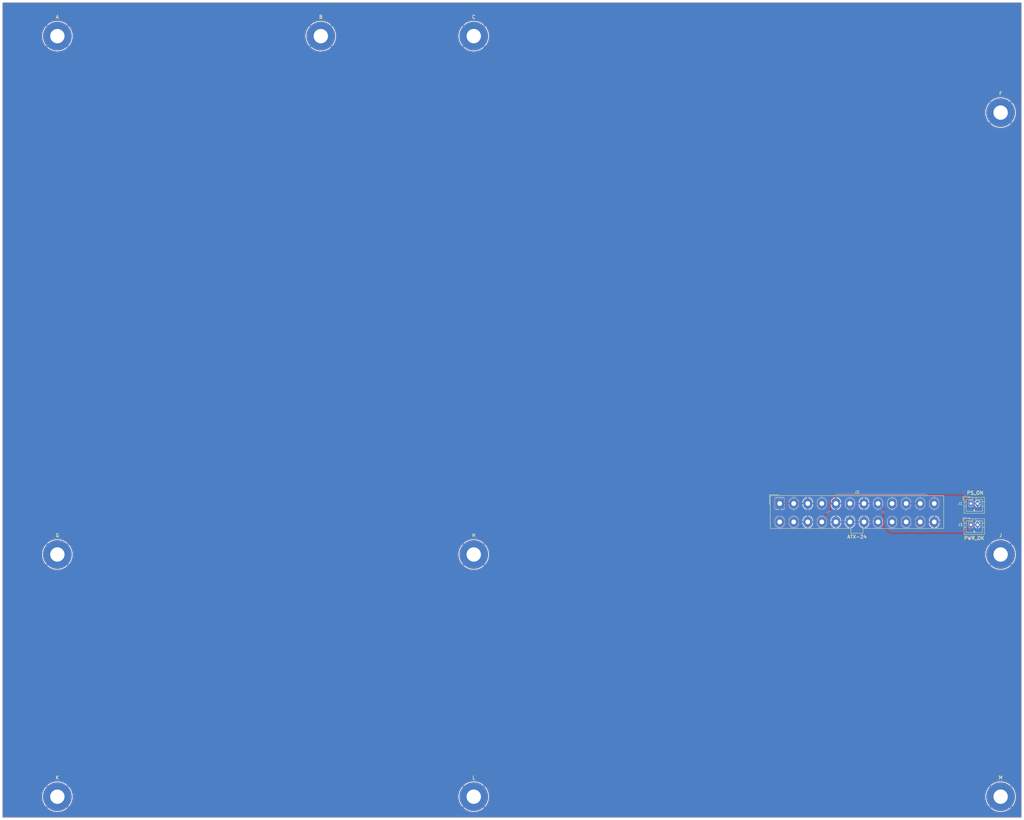
<source format=kicad_pcb>
(kicad_pcb (version 20171130) (host pcbnew "(5.1.10-1-10_14)")

  (general
    (thickness 1.6)
    (drawings 4)
    (tracks 34)
    (zones 0)
    (modules 13)
    (nets 10)
  )

  (page A3)
  (title_block
    (title "ATX mainboard")
    (date 2021-10-30)
    (rev 1.0)
    (comment 1 mainboard-atx)
  )

  (layers
    (0 F.Cu signal)
    (31 B.Cu signal)
    (32 B.Adhes user)
    (33 F.Adhes user)
    (34 B.Paste user)
    (35 F.Paste user)
    (36 B.SilkS user)
    (37 F.SilkS user)
    (38 B.Mask user)
    (39 F.Mask user)
    (40 Dwgs.User user)
    (41 Cmts.User user)
    (42 Eco1.User user)
    (43 Eco2.User user)
    (44 Edge.Cuts user)
    (45 Margin user)
    (46 B.CrtYd user)
    (47 F.CrtYd user)
    (48 B.Fab user)
    (49 F.Fab user)
  )

  (setup
    (last_trace_width 0.1524)
    (user_trace_width 0.1524)
    (user_trace_width 0.3048)
    (trace_clearance 0.1524)
    (zone_clearance 0.508)
    (zone_45_only no)
    (trace_min 0.1524)
    (via_size 0.508)
    (via_drill 0.254)
    (via_min_size 0.508)
    (via_min_drill 0.254)
    (user_via 0.508 0.254)
    (uvia_size 0.3)
    (uvia_drill 0.1)
    (uvias_allowed no)
    (uvia_min_size 0.2)
    (uvia_min_drill 0.1)
    (edge_width 0.0508)
    (segment_width 0.1524)
    (pcb_text_width 0.1778)
    (pcb_text_size 1.016 1.016)
    (mod_edge_width 0.127)
    (mod_text_size 1.016 1.016)
    (mod_text_width 0.1778)
    (pad_size 1.524 1.524)
    (pad_drill 0.762)
    (pad_to_mask_clearance 0)
    (aux_axis_origin 0 0)
    (visible_elements FFFFFF7F)
    (pcbplotparams
      (layerselection 0x010fc_ffffffff)
      (usegerberextensions false)
      (usegerberattributes true)
      (usegerberadvancedattributes true)
      (creategerberjobfile true)
      (excludeedgelayer true)
      (linewidth 0.100000)
      (plotframeref false)
      (viasonmask false)
      (mode 1)
      (useauxorigin false)
      (hpglpennumber 1)
      (hpglpenspeed 20)
      (hpglpendiameter 15.000000)
      (psnegative false)
      (psa4output false)
      (plotreference true)
      (plotvalue true)
      (plotinvisibletext false)
      (padsonsilk false)
      (subtractmaskfromsilk false)
      (outputformat 1)
      (mirror false)
      (drillshape 1)
      (scaleselection 1)
      (outputdirectory ""))
  )

  (net 0 "")
  (net 1 GND)
  (net 2 /~PS_ON)
  (net 3 VCC)
  (net 4 "Net-(J2-Pad20)")
  (net 5 -12V)
  (net 6 +3V3)
  (net 7 +12V)
  (net 8 +5V)
  (net 9 /PWR_OK)

  (net_class Default "This is the default net class."
    (clearance 0.1524)
    (trace_width 0.1524)
    (via_dia 0.508)
    (via_drill 0.254)
    (uvia_dia 0.3)
    (uvia_drill 0.1)
    (add_net /PWR_OK)
    (add_net /~PS_ON)
    (add_net "Net-(J2-Pad20)")
  )

  (net_class Power ""
    (clearance 0.1524)
    (trace_width 0.3048)
    (via_dia 0.508)
    (via_drill 0.254)
    (uvia_dia 0.3)
    (uvia_drill 0.1)
    (add_net +12V)
    (add_net +3V3)
    (add_net +5V)
    (add_net -12V)
    (add_net GND)
    (add_net VCC)
  )

  (module Connector_JST:JST_PH_B2B-PH-K_1x02_P2.00mm_Vertical (layer F.Cu) (tedit 5B7745C2) (tstamp 617E16AA)
    (at 306.07 171.45)
    (descr "JST PH series connector, B2B-PH-K (http://www.jst-mfg.com/product/pdf/eng/ePH.pdf), generated with kicad-footprint-generator")
    (tags "connector JST PH side entry")
    (path /617ED0F8)
    (fp_text reference J3 (at -3.175 0) (layer F.SilkS)
      (effects (font (size 0.762 0.762) (thickness 0.127)))
    )
    (fp_text value PWR_OK (at 1 4) (layer F.SilkS)
      (effects (font (size 1.016 1.016) (thickness 0.1778)))
    )
    (fp_line (start 4.45 -2.2) (end -2.45 -2.2) (layer F.CrtYd) (width 0.05))
    (fp_line (start 4.45 3.3) (end 4.45 -2.2) (layer F.CrtYd) (width 0.05))
    (fp_line (start -2.45 3.3) (end 4.45 3.3) (layer F.CrtYd) (width 0.05))
    (fp_line (start -2.45 -2.2) (end -2.45 3.3) (layer F.CrtYd) (width 0.05))
    (fp_line (start 3.95 -1.7) (end -1.95 -1.7) (layer F.Fab) (width 0.1))
    (fp_line (start 3.95 2.8) (end 3.95 -1.7) (layer F.Fab) (width 0.1))
    (fp_line (start -1.95 2.8) (end 3.95 2.8) (layer F.Fab) (width 0.1))
    (fp_line (start -1.95 -1.7) (end -1.95 2.8) (layer F.Fab) (width 0.1))
    (fp_line (start -2.36 -2.11) (end -2.36 -0.86) (layer F.Fab) (width 0.1))
    (fp_line (start -1.11 -2.11) (end -2.36 -2.11) (layer F.Fab) (width 0.1))
    (fp_line (start -2.36 -2.11) (end -2.36 -0.86) (layer F.SilkS) (width 0.12))
    (fp_line (start -1.11 -2.11) (end -2.36 -2.11) (layer F.SilkS) (width 0.12))
    (fp_line (start 1 2.3) (end 1 1.8) (layer F.SilkS) (width 0.12))
    (fp_line (start 1.1 1.8) (end 1.1 2.3) (layer F.SilkS) (width 0.12))
    (fp_line (start 0.9 1.8) (end 1.1 1.8) (layer F.SilkS) (width 0.12))
    (fp_line (start 0.9 2.3) (end 0.9 1.8) (layer F.SilkS) (width 0.12))
    (fp_line (start 4.06 0.8) (end 3.45 0.8) (layer F.SilkS) (width 0.12))
    (fp_line (start 4.06 -0.5) (end 3.45 -0.5) (layer F.SilkS) (width 0.12))
    (fp_line (start -2.06 0.8) (end -1.45 0.8) (layer F.SilkS) (width 0.12))
    (fp_line (start -2.06 -0.5) (end -1.45 -0.5) (layer F.SilkS) (width 0.12))
    (fp_line (start 1.5 -1.2) (end 1.5 -1.81) (layer F.SilkS) (width 0.12))
    (fp_line (start 3.45 -1.2) (end 1.5 -1.2) (layer F.SilkS) (width 0.12))
    (fp_line (start 3.45 2.3) (end 3.45 -1.2) (layer F.SilkS) (width 0.12))
    (fp_line (start -1.45 2.3) (end 3.45 2.3) (layer F.SilkS) (width 0.12))
    (fp_line (start -1.45 -1.2) (end -1.45 2.3) (layer F.SilkS) (width 0.12))
    (fp_line (start 0.5 -1.2) (end -1.45 -1.2) (layer F.SilkS) (width 0.12))
    (fp_line (start 0.5 -1.81) (end 0.5 -1.2) (layer F.SilkS) (width 0.12))
    (fp_line (start -0.3 -1.91) (end -0.6 -1.91) (layer F.SilkS) (width 0.12))
    (fp_line (start -0.6 -2.01) (end -0.6 -1.81) (layer F.SilkS) (width 0.12))
    (fp_line (start -0.3 -2.01) (end -0.6 -2.01) (layer F.SilkS) (width 0.12))
    (fp_line (start -0.3 -1.81) (end -0.3 -2.01) (layer F.SilkS) (width 0.12))
    (fp_line (start 4.06 -1.81) (end -2.06 -1.81) (layer F.SilkS) (width 0.12))
    (fp_line (start 4.06 2.91) (end 4.06 -1.81) (layer F.SilkS) (width 0.12))
    (fp_line (start -2.06 2.91) (end 4.06 2.91) (layer F.SilkS) (width 0.12))
    (fp_line (start -2.06 -1.81) (end -2.06 2.91) (layer F.SilkS) (width 0.12))
    (fp_text user %R (at 1 1.5) (layer F.Fab) hide
      (effects (font (size 1 1) (thickness 0.15)))
    )
    (pad 2 thru_hole oval (at 2 0) (size 1.2 1.75) (drill 0.75) (layers *.Cu *.Mask)
      (net 1 GND))
    (pad 1 thru_hole roundrect (at 0 0) (size 1.2 1.75) (drill 0.75) (layers *.Cu *.Mask) (roundrect_rratio 0.208333)
      (net 9 /PWR_OK))
    (model ${KISYS3DMOD}/Connector_JST.3dshapes/JST_PH_B2B-PH-K_1x02_P2.00mm_Vertical.wrl
      (at (xyz 0 0 0))
      (scale (xyz 1 1 1))
      (rotate (xyz 0 0 0))
    )
  )

  (module Connector_JST:JST_PH_B2B-PH-K_1x02_P2.00mm_Vertical (layer F.Cu) (tedit 5B7745C2) (tstamp 617E3F7E)
    (at 306.07 165.1)
    (descr "JST PH series connector, B2B-PH-K (http://www.jst-mfg.com/product/pdf/eng/ePH.pdf), generated with kicad-footprint-generator")
    (tags "connector JST PH side entry")
    (path /617EEE73)
    (fp_text reference J1 (at -3.175 0) (layer F.SilkS)
      (effects (font (size 0.762 0.762) (thickness 0.127)))
    )
    (fp_text value PS_ON (at 1.27 -3.175) (layer F.SilkS)
      (effects (font (size 1.016 1.016) (thickness 0.1778)))
    )
    (fp_line (start 4.45 -2.2) (end -2.45 -2.2) (layer F.CrtYd) (width 0.05))
    (fp_line (start 4.45 3.3) (end 4.45 -2.2) (layer F.CrtYd) (width 0.05))
    (fp_line (start -2.45 3.3) (end 4.45 3.3) (layer F.CrtYd) (width 0.05))
    (fp_line (start -2.45 -2.2) (end -2.45 3.3) (layer F.CrtYd) (width 0.05))
    (fp_line (start 3.95 -1.7) (end -1.95 -1.7) (layer F.Fab) (width 0.1))
    (fp_line (start 3.95 2.8) (end 3.95 -1.7) (layer F.Fab) (width 0.1))
    (fp_line (start -1.95 2.8) (end 3.95 2.8) (layer F.Fab) (width 0.1))
    (fp_line (start -1.95 -1.7) (end -1.95 2.8) (layer F.Fab) (width 0.1))
    (fp_line (start -2.36 -2.11) (end -2.36 -0.86) (layer F.Fab) (width 0.1))
    (fp_line (start -1.11 -2.11) (end -2.36 -2.11) (layer F.Fab) (width 0.1))
    (fp_line (start -2.36 -2.11) (end -2.36 -0.86) (layer F.SilkS) (width 0.12))
    (fp_line (start -1.11 -2.11) (end -2.36 -2.11) (layer F.SilkS) (width 0.12))
    (fp_line (start 1 2.3) (end 1 1.8) (layer F.SilkS) (width 0.12))
    (fp_line (start 1.1 1.8) (end 1.1 2.3) (layer F.SilkS) (width 0.12))
    (fp_line (start 0.9 1.8) (end 1.1 1.8) (layer F.SilkS) (width 0.12))
    (fp_line (start 0.9 2.3) (end 0.9 1.8) (layer F.SilkS) (width 0.12))
    (fp_line (start 4.06 0.8) (end 3.45 0.8) (layer F.SilkS) (width 0.12))
    (fp_line (start 4.06 -0.5) (end 3.45 -0.5) (layer F.SilkS) (width 0.12))
    (fp_line (start -2.06 0.8) (end -1.45 0.8) (layer F.SilkS) (width 0.12))
    (fp_line (start -2.06 -0.5) (end -1.45 -0.5) (layer F.SilkS) (width 0.12))
    (fp_line (start 1.5 -1.2) (end 1.5 -1.81) (layer F.SilkS) (width 0.12))
    (fp_line (start 3.45 -1.2) (end 1.5 -1.2) (layer F.SilkS) (width 0.12))
    (fp_line (start 3.45 2.3) (end 3.45 -1.2) (layer F.SilkS) (width 0.12))
    (fp_line (start -1.45 2.3) (end 3.45 2.3) (layer F.SilkS) (width 0.12))
    (fp_line (start -1.45 -1.2) (end -1.45 2.3) (layer F.SilkS) (width 0.12))
    (fp_line (start 0.5 -1.2) (end -1.45 -1.2) (layer F.SilkS) (width 0.12))
    (fp_line (start 0.5 -1.81) (end 0.5 -1.2) (layer F.SilkS) (width 0.12))
    (fp_line (start -0.3 -1.91) (end -0.6 -1.91) (layer F.SilkS) (width 0.12))
    (fp_line (start -0.6 -2.01) (end -0.6 -1.81) (layer F.SilkS) (width 0.12))
    (fp_line (start -0.3 -2.01) (end -0.6 -2.01) (layer F.SilkS) (width 0.12))
    (fp_line (start -0.3 -1.81) (end -0.3 -2.01) (layer F.SilkS) (width 0.12))
    (fp_line (start 4.06 -1.81) (end -2.06 -1.81) (layer F.SilkS) (width 0.12))
    (fp_line (start 4.06 2.91) (end 4.06 -1.81) (layer F.SilkS) (width 0.12))
    (fp_line (start -2.06 2.91) (end 4.06 2.91) (layer F.SilkS) (width 0.12))
    (fp_line (start -2.06 -1.81) (end -2.06 2.91) (layer F.SilkS) (width 0.12))
    (fp_text user %R (at 1 1.5) (layer F.Fab) hide
      (effects (font (size 1 1) (thickness 0.15)))
    )
    (pad 2 thru_hole oval (at 2 0) (size 1.2 1.75) (drill 0.75) (layers *.Cu *.Mask)
      (net 1 GND))
    (pad 1 thru_hole roundrect (at 0 0) (size 1.2 1.75) (drill 0.75) (layers *.Cu *.Mask) (roundrect_rratio 0.208333)
      (net 2 /~PS_ON))
    (model ${KISYS3DMOD}/Connector_JST.3dshapes/JST_PH_B2B-PH-K_1x02_P2.00mm_Vertical.wrl
      (at (xyz 0 0 0))
      (scale (xyz 1 1 1))
      (rotate (xyz 0 0 0))
    )
  )

  (module Connector_Molex:Molex_Mini-Fit_Jr_5566-24A_2x12_P4.20mm_Vertical (layer F.Cu) (tedit 5B781992) (tstamp 617E1694)
    (at 248.92 165.1)
    (descr "Molex Mini-Fit Jr. Power Connectors, old mpn/engineering number: 5566-24A, example for new mpn: 39-28-x24x, 12 Pins per row, Mounting:  (http://www.molex.com/pdm_docs/sd/039281043_sd.pdf), generated with kicad-footprint-generator")
    (tags "connector Molex Mini-Fit_Jr side entry")
    (path /617DA601)
    (fp_text reference J2 (at 23.1 -3.45) (layer F.SilkS)
      (effects (font (size 0.762 0.762) (thickness 0.127)))
    )
    (fp_text value ATX-24 (at 23.1 9.95) (layer F.SilkS)
      (effects (font (size 1.016 1.016) (thickness 0.1778)))
    )
    (fp_line (start 49.4 -2.75) (end -3.2 -2.75) (layer F.CrtYd) (width 0.05))
    (fp_line (start 49.4 9.25) (end 49.4 -2.75) (layer F.CrtYd) (width 0.05))
    (fp_line (start -3.2 9.25) (end 49.4 9.25) (layer F.CrtYd) (width 0.05))
    (fp_line (start -3.2 -2.75) (end -3.2 9.25) (layer F.CrtYd) (width 0.05))
    (fp_line (start -3.05 -2.6) (end -3.05 0.25) (layer F.Fab) (width 0.1))
    (fp_line (start -0.2 -2.6) (end -3.05 -2.6) (layer F.Fab) (width 0.1))
    (fp_line (start -3.05 -2.6) (end -3.05 0.25) (layer F.SilkS) (width 0.12))
    (fp_line (start -0.2 -2.6) (end -3.05 -2.6) (layer F.SilkS) (width 0.12))
    (fp_line (start 24.91 8.86) (end 23.1 8.86) (layer F.SilkS) (width 0.12))
    (fp_line (start 24.91 7.46) (end 24.91 8.86) (layer F.SilkS) (width 0.12))
    (fp_line (start 49.01 7.46) (end 24.91 7.46) (layer F.SilkS) (width 0.12))
    (fp_line (start 49.01 -2.36) (end 49.01 7.46) (layer F.SilkS) (width 0.12))
    (fp_line (start 23.1 -2.36) (end 49.01 -2.36) (layer F.SilkS) (width 0.12))
    (fp_line (start 21.29 8.86) (end 23.1 8.86) (layer F.SilkS) (width 0.12))
    (fp_line (start 21.29 7.46) (end 21.29 8.86) (layer F.SilkS) (width 0.12))
    (fp_line (start -2.81 7.46) (end 21.29 7.46) (layer F.SilkS) (width 0.12))
    (fp_line (start -2.81 -2.36) (end -2.81 7.46) (layer F.SilkS) (width 0.12))
    (fp_line (start 23.1 -2.36) (end -2.81 -2.36) (layer F.SilkS) (width 0.12))
    (fp_line (start 47.85 6.5) (end 44.55 6.5) (layer F.Fab) (width 0.1))
    (fp_line (start 47.85 4.025) (end 47.85 6.5) (layer F.Fab) (width 0.1))
    (fp_line (start 47.025 3.2) (end 47.85 4.025) (layer F.Fab) (width 0.1))
    (fp_line (start 45.375 3.2) (end 47.025 3.2) (layer F.Fab) (width 0.1))
    (fp_line (start 44.55 4.025) (end 45.375 3.2) (layer F.Fab) (width 0.1))
    (fp_line (start 44.55 6.5) (end 44.55 4.025) (layer F.Fab) (width 0.1))
    (fp_line (start 47.85 -1) (end 44.55 -1) (layer F.Fab) (width 0.1))
    (fp_line (start 47.85 2.3) (end 47.85 -1) (layer F.Fab) (width 0.1))
    (fp_line (start 44.55 2.3) (end 47.85 2.3) (layer F.Fab) (width 0.1))
    (fp_line (start 44.55 -1) (end 44.55 2.3) (layer F.Fab) (width 0.1))
    (fp_line (start 43.65 2.3) (end 40.35 2.3) (layer F.Fab) (width 0.1))
    (fp_line (start 43.65 -0.175) (end 43.65 2.3) (layer F.Fab) (width 0.1))
    (fp_line (start 42.825 -1) (end 43.65 -0.175) (layer F.Fab) (width 0.1))
    (fp_line (start 41.175 -1) (end 42.825 -1) (layer F.Fab) (width 0.1))
    (fp_line (start 40.35 -0.175) (end 41.175 -1) (layer F.Fab) (width 0.1))
    (fp_line (start 40.35 2.3) (end 40.35 -0.175) (layer F.Fab) (width 0.1))
    (fp_line (start 43.65 3.2) (end 40.35 3.2) (layer F.Fab) (width 0.1))
    (fp_line (start 43.65 6.5) (end 43.65 3.2) (layer F.Fab) (width 0.1))
    (fp_line (start 40.35 6.5) (end 43.65 6.5) (layer F.Fab) (width 0.1))
    (fp_line (start 40.35 3.2) (end 40.35 6.5) (layer F.Fab) (width 0.1))
    (fp_line (start 39.45 2.3) (end 36.15 2.3) (layer F.Fab) (width 0.1))
    (fp_line (start 39.45 -0.175) (end 39.45 2.3) (layer F.Fab) (width 0.1))
    (fp_line (start 38.625 -1) (end 39.45 -0.175) (layer F.Fab) (width 0.1))
    (fp_line (start 36.975 -1) (end 38.625 -1) (layer F.Fab) (width 0.1))
    (fp_line (start 36.15 -0.175) (end 36.975 -1) (layer F.Fab) (width 0.1))
    (fp_line (start 36.15 2.3) (end 36.15 -0.175) (layer F.Fab) (width 0.1))
    (fp_line (start 39.45 3.2) (end 36.15 3.2) (layer F.Fab) (width 0.1))
    (fp_line (start 39.45 6.5) (end 39.45 3.2) (layer F.Fab) (width 0.1))
    (fp_line (start 36.15 6.5) (end 39.45 6.5) (layer F.Fab) (width 0.1))
    (fp_line (start 36.15 3.2) (end 36.15 6.5) (layer F.Fab) (width 0.1))
    (fp_line (start 35.25 6.5) (end 31.95 6.5) (layer F.Fab) (width 0.1))
    (fp_line (start 35.25 4.025) (end 35.25 6.5) (layer F.Fab) (width 0.1))
    (fp_line (start 34.425 3.2) (end 35.25 4.025) (layer F.Fab) (width 0.1))
    (fp_line (start 32.775 3.2) (end 34.425 3.2) (layer F.Fab) (width 0.1))
    (fp_line (start 31.95 4.025) (end 32.775 3.2) (layer F.Fab) (width 0.1))
    (fp_line (start 31.95 6.5) (end 31.95 4.025) (layer F.Fab) (width 0.1))
    (fp_line (start 35.25 -1) (end 31.95 -1) (layer F.Fab) (width 0.1))
    (fp_line (start 35.25 2.3) (end 35.25 -1) (layer F.Fab) (width 0.1))
    (fp_line (start 31.95 2.3) (end 35.25 2.3) (layer F.Fab) (width 0.1))
    (fp_line (start 31.95 -1) (end 31.95 2.3) (layer F.Fab) (width 0.1))
    (fp_line (start 31.05 6.5) (end 27.75 6.5) (layer F.Fab) (width 0.1))
    (fp_line (start 31.05 4.025) (end 31.05 6.5) (layer F.Fab) (width 0.1))
    (fp_line (start 30.225 3.2) (end 31.05 4.025) (layer F.Fab) (width 0.1))
    (fp_line (start 28.575 3.2) (end 30.225 3.2) (layer F.Fab) (width 0.1))
    (fp_line (start 27.75 4.025) (end 28.575 3.2) (layer F.Fab) (width 0.1))
    (fp_line (start 27.75 6.5) (end 27.75 4.025) (layer F.Fab) (width 0.1))
    (fp_line (start 31.05 -1) (end 27.75 -1) (layer F.Fab) (width 0.1))
    (fp_line (start 31.05 2.3) (end 31.05 -1) (layer F.Fab) (width 0.1))
    (fp_line (start 27.75 2.3) (end 31.05 2.3) (layer F.Fab) (width 0.1))
    (fp_line (start 27.75 -1) (end 27.75 2.3) (layer F.Fab) (width 0.1))
    (fp_line (start 26.85 2.3) (end 23.55 2.3) (layer F.Fab) (width 0.1))
    (fp_line (start 26.85 -0.175) (end 26.85 2.3) (layer F.Fab) (width 0.1))
    (fp_line (start 26.025 -1) (end 26.85 -0.175) (layer F.Fab) (width 0.1))
    (fp_line (start 24.375 -1) (end 26.025 -1) (layer F.Fab) (width 0.1))
    (fp_line (start 23.55 -0.175) (end 24.375 -1) (layer F.Fab) (width 0.1))
    (fp_line (start 23.55 2.3) (end 23.55 -0.175) (layer F.Fab) (width 0.1))
    (fp_line (start 26.85 3.2) (end 23.55 3.2) (layer F.Fab) (width 0.1))
    (fp_line (start 26.85 6.5) (end 26.85 3.2) (layer F.Fab) (width 0.1))
    (fp_line (start 23.55 6.5) (end 26.85 6.5) (layer F.Fab) (width 0.1))
    (fp_line (start 23.55 3.2) (end 23.55 6.5) (layer F.Fab) (width 0.1))
    (fp_line (start 22.65 2.3) (end 19.35 2.3) (layer F.Fab) (width 0.1))
    (fp_line (start 22.65 -0.175) (end 22.65 2.3) (layer F.Fab) (width 0.1))
    (fp_line (start 21.825 -1) (end 22.65 -0.175) (layer F.Fab) (width 0.1))
    (fp_line (start 20.175 -1) (end 21.825 -1) (layer F.Fab) (width 0.1))
    (fp_line (start 19.35 -0.175) (end 20.175 -1) (layer F.Fab) (width 0.1))
    (fp_line (start 19.35 2.3) (end 19.35 -0.175) (layer F.Fab) (width 0.1))
    (fp_line (start 22.65 3.2) (end 19.35 3.2) (layer F.Fab) (width 0.1))
    (fp_line (start 22.65 6.5) (end 22.65 3.2) (layer F.Fab) (width 0.1))
    (fp_line (start 19.35 6.5) (end 22.65 6.5) (layer F.Fab) (width 0.1))
    (fp_line (start 19.35 3.2) (end 19.35 6.5) (layer F.Fab) (width 0.1))
    (fp_line (start 18.45 6.5) (end 15.15 6.5) (layer F.Fab) (width 0.1))
    (fp_line (start 18.45 4.025) (end 18.45 6.5) (layer F.Fab) (width 0.1))
    (fp_line (start 17.625 3.2) (end 18.45 4.025) (layer F.Fab) (width 0.1))
    (fp_line (start 15.975 3.2) (end 17.625 3.2) (layer F.Fab) (width 0.1))
    (fp_line (start 15.15 4.025) (end 15.975 3.2) (layer F.Fab) (width 0.1))
    (fp_line (start 15.15 6.5) (end 15.15 4.025) (layer F.Fab) (width 0.1))
    (fp_line (start 18.45 -1) (end 15.15 -1) (layer F.Fab) (width 0.1))
    (fp_line (start 18.45 2.3) (end 18.45 -1) (layer F.Fab) (width 0.1))
    (fp_line (start 15.15 2.3) (end 18.45 2.3) (layer F.Fab) (width 0.1))
    (fp_line (start 15.15 -1) (end 15.15 2.3) (layer F.Fab) (width 0.1))
    (fp_line (start 14.25 6.5) (end 10.95 6.5) (layer F.Fab) (width 0.1))
    (fp_line (start 14.25 4.025) (end 14.25 6.5) (layer F.Fab) (width 0.1))
    (fp_line (start 13.425 3.2) (end 14.25 4.025) (layer F.Fab) (width 0.1))
    (fp_line (start 11.775 3.2) (end 13.425 3.2) (layer F.Fab) (width 0.1))
    (fp_line (start 10.95 4.025) (end 11.775 3.2) (layer F.Fab) (width 0.1))
    (fp_line (start 10.95 6.5) (end 10.95 4.025) (layer F.Fab) (width 0.1))
    (fp_line (start 14.25 -1) (end 10.95 -1) (layer F.Fab) (width 0.1))
    (fp_line (start 14.25 2.3) (end 14.25 -1) (layer F.Fab) (width 0.1))
    (fp_line (start 10.95 2.3) (end 14.25 2.3) (layer F.Fab) (width 0.1))
    (fp_line (start 10.95 -1) (end 10.95 2.3) (layer F.Fab) (width 0.1))
    (fp_line (start 10.05 2.3) (end 6.75 2.3) (layer F.Fab) (width 0.1))
    (fp_line (start 10.05 -0.175) (end 10.05 2.3) (layer F.Fab) (width 0.1))
    (fp_line (start 9.225 -1) (end 10.05 -0.175) (layer F.Fab) (width 0.1))
    (fp_line (start 7.575 -1) (end 9.225 -1) (layer F.Fab) (width 0.1))
    (fp_line (start 6.75 -0.175) (end 7.575 -1) (layer F.Fab) (width 0.1))
    (fp_line (start 6.75 2.3) (end 6.75 -0.175) (layer F.Fab) (width 0.1))
    (fp_line (start 10.05 3.2) (end 6.75 3.2) (layer F.Fab) (width 0.1))
    (fp_line (start 10.05 6.5) (end 10.05 3.2) (layer F.Fab) (width 0.1))
    (fp_line (start 6.75 6.5) (end 10.05 6.5) (layer F.Fab) (width 0.1))
    (fp_line (start 6.75 3.2) (end 6.75 6.5) (layer F.Fab) (width 0.1))
    (fp_line (start 5.85 2.3) (end 2.55 2.3) (layer F.Fab) (width 0.1))
    (fp_line (start 5.85 -0.175) (end 5.85 2.3) (layer F.Fab) (width 0.1))
    (fp_line (start 5.025 -1) (end 5.85 -0.175) (layer F.Fab) (width 0.1))
    (fp_line (start 3.375 -1) (end 5.025 -1) (layer F.Fab) (width 0.1))
    (fp_line (start 2.55 -0.175) (end 3.375 -1) (layer F.Fab) (width 0.1))
    (fp_line (start 2.55 2.3) (end 2.55 -0.175) (layer F.Fab) (width 0.1))
    (fp_line (start 5.85 3.2) (end 2.55 3.2) (layer F.Fab) (width 0.1))
    (fp_line (start 5.85 6.5) (end 5.85 3.2) (layer F.Fab) (width 0.1))
    (fp_line (start 2.55 6.5) (end 5.85 6.5) (layer F.Fab) (width 0.1))
    (fp_line (start 2.55 3.2) (end 2.55 6.5) (layer F.Fab) (width 0.1))
    (fp_line (start 1.65 6.5) (end -1.65 6.5) (layer F.Fab) (width 0.1))
    (fp_line (start 1.65 4.025) (end 1.65 6.5) (layer F.Fab) (width 0.1))
    (fp_line (start 0.825 3.2) (end 1.65 4.025) (layer F.Fab) (width 0.1))
    (fp_line (start -0.825 3.2) (end 0.825 3.2) (layer F.Fab) (width 0.1))
    (fp_line (start -1.65 4.025) (end -0.825 3.2) (layer F.Fab) (width 0.1))
    (fp_line (start -1.65 6.5) (end -1.65 4.025) (layer F.Fab) (width 0.1))
    (fp_line (start 1.65 -1) (end -1.65 -1) (layer F.Fab) (width 0.1))
    (fp_line (start 1.65 2.3) (end 1.65 -1) (layer F.Fab) (width 0.1))
    (fp_line (start -1.65 2.3) (end 1.65 2.3) (layer F.Fab) (width 0.1))
    (fp_line (start -1.65 -1) (end -1.65 2.3) (layer F.Fab) (width 0.1))
    (fp_line (start 24.8 8.75) (end 24.8 7.35) (layer F.Fab) (width 0.1))
    (fp_line (start 21.4 8.75) (end 24.8 8.75) (layer F.Fab) (width 0.1))
    (fp_line (start 21.4 7.35) (end 21.4 8.75) (layer F.Fab) (width 0.1))
    (fp_line (start 48.9 -2.25) (end -2.7 -2.25) (layer F.Fab) (width 0.1))
    (fp_line (start 48.9 7.35) (end 48.9 -2.25) (layer F.Fab) (width 0.1))
    (fp_line (start -2.7 7.35) (end 48.9 7.35) (layer F.Fab) (width 0.1))
    (fp_line (start -2.7 -2.25) (end -2.7 7.35) (layer F.Fab) (width 0.1))
    (fp_text user %R (at 23.1 -1.55) (layer F.SilkS) hide
      (effects (font (size 1.016 1.016) (thickness 0.1778)))
    )
    (pad 24 thru_hole oval (at 46.2 5.5) (size 2.7 3.3) (drill 1.4) (layers *.Cu *.Mask)
      (net 1 GND))
    (pad 23 thru_hole oval (at 42 5.5) (size 2.7 3.3) (drill 1.4) (layers *.Cu *.Mask)
      (net 3 VCC))
    (pad 22 thru_hole oval (at 37.8 5.5) (size 2.7 3.3) (drill 1.4) (layers *.Cu *.Mask)
      (net 3 VCC))
    (pad 21 thru_hole oval (at 33.6 5.5) (size 2.7 3.3) (drill 1.4) (layers *.Cu *.Mask)
      (net 3 VCC))
    (pad 20 thru_hole oval (at 29.4 5.5) (size 2.7 3.3) (drill 1.4) (layers *.Cu *.Mask)
      (net 4 "Net-(J2-Pad20)"))
    (pad 19 thru_hole oval (at 25.2 5.5) (size 2.7 3.3) (drill 1.4) (layers *.Cu *.Mask)
      (net 1 GND))
    (pad 18 thru_hole oval (at 21 5.5) (size 2.7 3.3) (drill 1.4) (layers *.Cu *.Mask)
      (net 1 GND))
    (pad 17 thru_hole oval (at 16.8 5.5) (size 2.7 3.3) (drill 1.4) (layers *.Cu *.Mask)
      (net 1 GND))
    (pad 16 thru_hole oval (at 12.6 5.5) (size 2.7 3.3) (drill 1.4) (layers *.Cu *.Mask)
      (net 2 /~PS_ON))
    (pad 15 thru_hole oval (at 8.4 5.5) (size 2.7 3.3) (drill 1.4) (layers *.Cu *.Mask)
      (net 1 GND))
    (pad 14 thru_hole oval (at 4.2 5.5) (size 2.7 3.3) (drill 1.4) (layers *.Cu *.Mask)
      (net 5 -12V))
    (pad 13 thru_hole oval (at 0 5.5) (size 2.7 3.3) (drill 1.4) (layers *.Cu *.Mask)
      (net 6 +3V3))
    (pad 12 thru_hole oval (at 46.2 0) (size 2.7 3.3) (drill 1.4) (layers *.Cu *.Mask)
      (net 6 +3V3))
    (pad 11 thru_hole oval (at 42 0) (size 2.7 3.3) (drill 1.4) (layers *.Cu *.Mask)
      (net 7 +12V))
    (pad 10 thru_hole oval (at 37.8 0) (size 2.7 3.3) (drill 1.4) (layers *.Cu *.Mask)
      (net 7 +12V))
    (pad 9 thru_hole oval (at 33.6 0) (size 2.7 3.3) (drill 1.4) (layers *.Cu *.Mask)
      (net 8 +5V))
    (pad 8 thru_hole oval (at 29.4 0) (size 2.7 3.3) (drill 1.4) (layers *.Cu *.Mask)
      (net 9 /PWR_OK))
    (pad 7 thru_hole oval (at 25.2 0) (size 2.7 3.3) (drill 1.4) (layers *.Cu *.Mask)
      (net 1 GND))
    (pad 6 thru_hole oval (at 21 0) (size 2.7 3.3) (drill 1.4) (layers *.Cu *.Mask)
      (net 3 VCC))
    (pad 5 thru_hole oval (at 16.8 0) (size 2.7 3.3) (drill 1.4) (layers *.Cu *.Mask)
      (net 1 GND))
    (pad 4 thru_hole oval (at 12.6 0) (size 2.7 3.3) (drill 1.4) (layers *.Cu *.Mask)
      (net 3 VCC))
    (pad 3 thru_hole oval (at 8.4 0) (size 2.7 3.3) (drill 1.4) (layers *.Cu *.Mask)
      (net 1 GND))
    (pad 2 thru_hole oval (at 4.2 0) (size 2.7 3.3) (drill 1.4) (layers *.Cu *.Mask)
      (net 6 +3V3))
    (pad 1 thru_hole roundrect (at 0 0) (size 2.7 3.3) (drill 1.4) (layers *.Cu *.Mask) (roundrect_rratio 0.09259299999999999)
      (net 6 +3V3))
    (model ${KISYS3DMOD}/Connector_Molex.3dshapes/Molex_Mini-Fit_Jr_5566-24A_2x12_P4.20mm_Vertical.wrl
      (at (xyz 0 0 0))
      (scale (xyz 1 1 1))
      (rotate (xyz 0 0 0))
    )
  )

  (module MountingHole:MountingHole_4.3mm_M4_Pad (layer F.Cu) (tedit 56D1B4CB) (tstamp 617E15C0)
    (at 314.96 252.73)
    (descr "Mounting Hole 4.3mm, M4")
    (tags "mounting hole 4.3mm m4")
    (path /617DF492)
    (attr virtual)
    (fp_text reference H10 (at 0 -5.3) (layer F.SilkS) hide
      (effects (font (size 1.016 1.016) (thickness 0.1778)))
    )
    (fp_text value M (at 0 -5.715) (layer F.SilkS)
      (effects (font (size 1.016 1.016) (thickness 0.1778)))
    )
    (fp_circle (center 0 0) (end 4.55 0) (layer F.CrtYd) (width 0.05))
    (fp_circle (center 0 0) (end 4.3 0) (layer Cmts.User) (width 0.15))
    (fp_text user %R (at 0.3 0) (layer F.SilkS)
      (effects (font (size 1.016 1.016) (thickness 0.1778)))
    )
    (pad 1 thru_hole circle (at 0 0) (size 8.6 8.6) (drill 4.3) (layers *.Cu *.Mask)
      (net 1 GND))
  )

  (module MountingHole:MountingHole_4.3mm_M4_Pad (layer F.Cu) (tedit 56D1B4CB) (tstamp 617E15B8)
    (at 157.48 252.73)
    (descr "Mounting Hole 4.3mm, M4")
    (tags "mounting hole 4.3mm m4")
    (path /617DF48C)
    (attr virtual)
    (fp_text reference H9 (at 0 -5.3) (layer F.SilkS) hide
      (effects (font (size 1.016 1.016) (thickness 0.1778)))
    )
    (fp_text value L (at 0 -5.715) (layer F.SilkS)
      (effects (font (size 1.016 1.016) (thickness 0.1778)))
    )
    (fp_circle (center 0 0) (end 4.55 0) (layer F.CrtYd) (width 0.05))
    (fp_circle (center 0 0) (end 4.3 0) (layer Cmts.User) (width 0.15))
    (fp_text user %R (at 0.3 0) (layer F.SilkS)
      (effects (font (size 1.016 1.016) (thickness 0.1778)))
    )
    (pad 1 thru_hole circle (at 0 0) (size 8.6 8.6) (drill 4.3) (layers *.Cu *.Mask)
      (net 1 GND))
  )

  (module MountingHole:MountingHole_4.3mm_M4_Pad (layer F.Cu) (tedit 56D1B4CB) (tstamp 617E15B0)
    (at 33.02 252.73)
    (descr "Mounting Hole 4.3mm, M4")
    (tags "mounting hole 4.3mm m4")
    (path /617DE432)
    (attr virtual)
    (fp_text reference H8 (at 0 -5.3) (layer F.SilkS) hide
      (effects (font (size 1.016 1.016) (thickness 0.1778)))
    )
    (fp_text value K (at 0 -5.715) (layer F.SilkS)
      (effects (font (size 1.016 1.016) (thickness 0.1778)))
    )
    (fp_circle (center 0 0) (end 4.55 0) (layer F.CrtYd) (width 0.05))
    (fp_circle (center 0 0) (end 4.3 0) (layer Cmts.User) (width 0.15))
    (fp_text user %R (at 0.3 0) (layer F.SilkS)
      (effects (font (size 1.016 1.016) (thickness 0.1778)))
    )
    (pad 1 thru_hole circle (at 0 0) (size 8.6 8.6) (drill 4.3) (layers *.Cu *.Mask)
      (net 1 GND))
  )

  (module MountingHole:MountingHole_4.3mm_M4_Pad (layer F.Cu) (tedit 56D1B4CB) (tstamp 617E15A8)
    (at 314.96 180.34)
    (descr "Mounting Hole 4.3mm, M4")
    (tags "mounting hole 4.3mm m4")
    (path /617DE42C)
    (attr virtual)
    (fp_text reference H7 (at 0 -5.3) (layer F.SilkS) hide
      (effects (font (size 1.016 1.016) (thickness 0.1778)))
    )
    (fp_text value J (at 0 -5.715) (layer F.SilkS)
      (effects (font (size 1.016 1.016) (thickness 0.1778)))
    )
    (fp_circle (center 0 0) (end 4.55 0) (layer F.CrtYd) (width 0.05))
    (fp_circle (center 0 0) (end 4.3 0) (layer Cmts.User) (width 0.15))
    (fp_text user %R (at 0.3 0) (layer F.SilkS)
      (effects (font (size 1.016 1.016) (thickness 0.1778)))
    )
    (pad 1 thru_hole circle (at 0 0) (size 8.6 8.6) (drill 4.3) (layers *.Cu *.Mask)
      (net 1 GND))
  )

  (module MountingHole:MountingHole_4.3mm_M4_Pad (layer F.Cu) (tedit 56D1B4CB) (tstamp 617E2887)
    (at 157.48 180.34)
    (descr "Mounting Hole 4.3mm, M4")
    (tags "mounting hole 4.3mm m4")
    (path /617DE426)
    (attr virtual)
    (fp_text reference H6 (at 0 -5.3) (layer F.SilkS) hide
      (effects (font (size 1.016 1.016) (thickness 0.1778)))
    )
    (fp_text value H (at 0 -5.715) (layer F.SilkS)
      (effects (font (size 1.016 1.016) (thickness 0.1778)))
    )
    (fp_circle (center 0 0) (end 4.55 0) (layer F.CrtYd) (width 0.05))
    (fp_circle (center 0 0) (end 4.3 0) (layer Cmts.User) (width 0.15))
    (fp_text user %R (at 0.3 0) (layer F.SilkS)
      (effects (font (size 1.016 1.016) (thickness 0.1778)))
    )
    (pad 1 thru_hole circle (at 0 0) (size 8.6 8.6) (drill 4.3) (layers *.Cu *.Mask)
      (net 1 GND))
  )

  (module MountingHole:MountingHole_4.3mm_M4_Pad (layer F.Cu) (tedit 56D1B4CB) (tstamp 617E25FF)
    (at 33.02 180.34)
    (descr "Mounting Hole 4.3mm, M4")
    (tags "mounting hole 4.3mm m4")
    (path /617DE420)
    (attr virtual)
    (fp_text reference H5 (at 0 -5.3) (layer F.SilkS) hide
      (effects (font (size 1.016 1.016) (thickness 0.1778)))
    )
    (fp_text value G (at 0 -5.715) (layer F.SilkS)
      (effects (font (size 1.016 1.016) (thickness 0.1778)))
    )
    (fp_circle (center 0 0) (end 4.55 0) (layer F.CrtYd) (width 0.05))
    (fp_circle (center 0 0) (end 4.3 0) (layer Cmts.User) (width 0.15))
    (fp_text user %R (at 0.3 0) (layer F.SilkS)
      (effects (font (size 1.016 1.016) (thickness 0.1778)))
    )
    (pad 1 thru_hole circle (at 0 0) (size 8.6 8.6) (drill 4.3) (layers *.Cu *.Mask)
      (net 1 GND))
  )

  (module MountingHole:MountingHole_4.3mm_M4_Pad (layer F.Cu) (tedit 56D1B4CB) (tstamp 617E1590)
    (at 314.96 48.26)
    (descr "Mounting Hole 4.3mm, M4")
    (tags "mounting hole 4.3mm m4")
    (path /617DC47D)
    (attr virtual)
    (fp_text reference H4 (at 0 -5.3) (layer F.SilkS) hide
      (effects (font (size 1.016 1.016) (thickness 0.1778)))
    )
    (fp_text value F (at 0 -5.715) (layer F.SilkS)
      (effects (font (size 1.016 1.016) (thickness 0.1778)))
    )
    (fp_circle (center 0 0) (end 4.55 0) (layer F.CrtYd) (width 0.05))
    (fp_circle (center 0 0) (end 4.3 0) (layer Cmts.User) (width 0.15))
    (fp_text user %R (at 0.3 0) (layer F.SilkS)
      (effects (font (size 1.016 1.016) (thickness 0.1778)))
    )
    (pad 1 thru_hole circle (at 0 0) (size 8.6 8.6) (drill 4.3) (layers *.Cu *.Mask)
      (net 1 GND))
  )

  (module MountingHole:MountingHole_4.3mm_M4_Pad (layer F.Cu) (tedit 56D1B4CB) (tstamp 617E25BB)
    (at 157.48 25.4)
    (descr "Mounting Hole 4.3mm, M4")
    (tags "mounting hole 4.3mm m4")
    (path /617DC1A7)
    (attr virtual)
    (fp_text reference H3 (at 0 -5.3) (layer F.SilkS) hide
      (effects (font (size 1.016 1.016) (thickness 0.1778)))
    )
    (fp_text value C (at 0 -5.715) (layer F.SilkS)
      (effects (font (size 1.016 1.016) (thickness 0.1778)))
    )
    (fp_circle (center 0 0) (end 4.55 0) (layer F.CrtYd) (width 0.05))
    (fp_circle (center 0 0) (end 4.3 0) (layer Cmts.User) (width 0.15))
    (fp_text user %R (at 0.3 0) (layer F.SilkS)
      (effects (font (size 1.016 1.016) (thickness 0.1778)))
    )
    (pad 1 thru_hole circle (at 0 0) (size 8.6 8.6) (drill 4.3) (layers *.Cu *.Mask)
      (net 1 GND))
  )

  (module MountingHole:MountingHole_4.3mm_M4_Pad (layer F.Cu) (tedit 56D1B4CB) (tstamp 617E1580)
    (at 111.76 25.4)
    (descr "Mounting Hole 4.3mm, M4")
    (tags "mounting hole 4.3mm m4")
    (path /617DBE11)
    (attr virtual)
    (fp_text reference H2 (at 0 -5.3) (layer F.SilkS) hide
      (effects (font (size 1.016 1.016) (thickness 0.1778)))
    )
    (fp_text value B (at 0 -5.715) (layer F.SilkS)
      (effects (font (size 1.016 1.016) (thickness 0.1778)))
    )
    (fp_circle (center 0 0) (end 4.55 0) (layer F.CrtYd) (width 0.05))
    (fp_circle (center 0 0) (end 4.3 0) (layer Cmts.User) (width 0.15))
    (fp_text user %R (at 0.3 0) (layer F.SilkS)
      (effects (font (size 1.016 1.016) (thickness 0.1778)))
    )
    (pad 1 thru_hole circle (at 0 0) (size 8.6 8.6) (drill 4.3) (layers *.Cu *.Mask)
      (net 1 GND))
  )

  (module MountingHole:MountingHole_4.3mm_M4_Pad (layer F.Cu) (tedit 56D1B4CB) (tstamp 617E21DF)
    (at 33.02 25.4)
    (descr "Mounting Hole 4.3mm, M4")
    (tags "mounting hole 4.3mm m4")
    (path /617DAE37)
    (attr virtual)
    (fp_text reference H1 (at 0 -5.3) (layer F.SilkS) hide
      (effects (font (size 1.016 1.016) (thickness 0.1778)))
    )
    (fp_text value A (at 0 -5.715) (layer F.SilkS)
      (effects (font (size 1.016 1.016) (thickness 0.1778)))
    )
    (fp_circle (center 0 0) (end 4.55 0) (layer F.CrtYd) (width 0.05))
    (fp_circle (center 0 0) (end 4.3 0) (layer Cmts.User) (width 0.15))
    (fp_text user %R (at 0.3 0) (layer F.SilkS)
      (effects (font (size 1.016 1.016) (thickness 0.1778)))
    )
    (pad 1 thru_hole circle (at 0 0) (size 8.6 8.6) (drill 4.3) (layers *.Cu *.Mask)
      (net 1 GND))
  )

  (gr_line (start 16.51 259.08) (end 321.31 259.08) (layer Edge.Cuts) (width 0.0508) (tstamp 617E2BE4))
  (gr_line (start 321.31 15.24) (end 321.31 259.08) (layer Edge.Cuts) (width 0.0508) (tstamp 617E2BE1))
  (gr_line (start 16.51 15.24) (end 321.31 15.24) (layer Edge.Cuts) (width 0.0508))
  (gr_line (start 16.51 15.24) (end 16.51 259.08) (layer Edge.Cuts) (width 0.0508))

  (segment (start 304.165 170.18) (end 304.8 170.18) (width 0.1524) (layer B.Cu) (net 0))
  (segment (start 261.52 170.6) (end 261.52 169.645) (width 0.1524) (layer B.Cu) (net 2))
  (segment (start 264.14139 164.146119) (end 265.727509 162.56) (width 0.1524) (layer B.Cu) (net 2))
  (segment (start 264.14139 167.02361) (end 264.14139 164.146119) (width 0.1524) (layer B.Cu) (net 2))
  (segment (start 261.52 169.645) (end 264.14139 167.02361) (width 0.1524) (layer B.Cu) (net 2))
  (segment (start 303.53 162.56) (end 306.07 165.1) (width 0.1524) (layer B.Cu) (net 2))
  (segment (start 265.727509 162.56) (end 303.53 162.56) (width 0.1524) (layer B.Cu) (net 2))
  (segment (start 261.52 165.1) (end 262.255 165.1) (width 0.1524) (layer F.Cu) (net 3))
  (segment (start 269.92 165.1) (end 269.92 167.595) (width 0.3048) (layer F.Cu) (net 3))
  (segment (start 269.92 167.595) (end 269.965 167.64) (width 0.3048) (layer F.Cu) (net 3))
  (segment (start 290.92 169) (end 290.92 170.6) (width 0.3048) (layer F.Cu) (net 3))
  (segment (start 289.56 167.64) (end 290.92 169) (width 0.3048) (layer F.Cu) (net 3))
  (segment (start 286.72 167.975) (end 286.385 167.64) (width 0.3048) (layer F.Cu) (net 3))
  (segment (start 286.72 170.6) (end 286.72 167.975) (width 0.3048) (layer F.Cu) (net 3))
  (segment (start 286.385 167.64) (end 289.56 167.64) (width 0.3048) (layer F.Cu) (net 3))
  (segment (start 282.52 168.22) (end 281.94 167.64) (width 0.3048) (layer F.Cu) (net 3))
  (segment (start 282.52 170.6) (end 282.52 168.22) (width 0.3048) (layer F.Cu) (net 3))
  (segment (start 281.94 167.64) (end 286.385 167.64) (width 0.3048) (layer F.Cu) (net 3))
  (segment (start 269.965 167.64) (end 281.94 167.64) (width 0.3048) (layer F.Cu) (net 3))
  (segment (start 261.52 166.905) (end 261.52 165.1) (width 0.3048) (layer F.Cu) (net 3))
  (segment (start 262.255 167.64) (end 261.52 166.905) (width 0.3048) (layer F.Cu) (net 3))
  (segment (start 269.965 167.64) (end 262.255 167.64) (width 0.3048) (layer F.Cu) (net 3))
  (segment (start 248.92 170.6) (end 248.92 165.1) (width 0.3048) (layer F.Cu) (net 6))
  (segment (start 248.92 165.1) (end 253.12 165.1) (width 0.3048) (layer F.Cu) (net 6))
  (segment (start 253.12 165.1) (end 253.12 164.71) (width 0.3048) (layer F.Cu) (net 6))
  (segment (start 253.12 164.71) (end 255.27 162.56) (width 0.3048) (layer F.Cu) (net 6))
  (segment (start 292.58 162.56) (end 295.12 165.1) (width 0.3048) (layer F.Cu) (net 6))
  (segment (start 255.27 162.56) (end 292.58 162.56) (width 0.3048) (layer F.Cu) (net 6))
  (segment (start 286.72 165.1) (end 290.92 165.1) (width 0.3048) (layer F.Cu) (net 7))
  (segment (start 306.07 171.45) (end 303.53 173.99) (width 0.1524) (layer B.Cu) (net 9))
  (segment (start 303.53 173.99) (end 281.94 173.99) (width 0.1524) (layer B.Cu) (net 9))
  (segment (start 279.89861 166.67861) (end 278.32 165.1) (width 0.1524) (layer B.Cu) (net 9))
  (segment (start 279.89861 171.948609) (end 279.89861 166.67861) (width 0.1524) (layer B.Cu) (net 9))
  (segment (start 281.94 173.99) (end 279.89861 171.948609) (width 0.1524) (layer B.Cu) (net 9))

  (zone (net 1) (net_name GND) (layer F.Cu) (tstamp 0) (hatch edge 0.508)
    (connect_pads (clearance 0.1524))
    (min_thickness 0.1524)
    (fill yes (arc_segments 32) (thermal_gap 0.254) (thermal_bridge_width 0.254))
    (polygon
      (pts
        (xy 321.945 259.715) (xy 15.875 259.715) (xy 15.875 14.605) (xy 321.945 14.605)
      )
    )
    (filled_polygon
      (pts
        (xy 321.056001 258.826) (xy 16.764 258.826) (xy 16.764 255.997238) (xy 29.824604 255.997238) (xy 30.326529 256.523671)
        (xy 31.118392 256.976247) (xy 31.983332 257.265642) (xy 32.888111 257.380734) (xy 33.797958 257.317101) (xy 34.677909 257.077189)
        (xy 35.494148 256.670217) (xy 35.713471 256.523671) (xy 36.215396 255.997238) (xy 154.284604 255.997238) (xy 154.786529 256.523671)
        (xy 155.578392 256.976247) (xy 156.443332 257.265642) (xy 157.348111 257.380734) (xy 158.257958 257.317101) (xy 159.137909 257.077189)
        (xy 159.954148 256.670217) (xy 160.173471 256.523671) (xy 160.675396 255.997238) (xy 311.764604 255.997238) (xy 312.266529 256.523671)
        (xy 313.058392 256.976247) (xy 313.923332 257.265642) (xy 314.828111 257.380734) (xy 315.737958 257.317101) (xy 316.617909 257.077189)
        (xy 317.434148 256.670217) (xy 317.653471 256.523671) (xy 318.155396 255.997238) (xy 314.96 252.801842) (xy 311.764604 255.997238)
        (xy 160.675396 255.997238) (xy 157.48 252.801842) (xy 154.284604 255.997238) (xy 36.215396 255.997238) (xy 33.02 252.801842)
        (xy 29.824604 255.997238) (xy 16.764 255.997238) (xy 16.764 252.598111) (xy 28.369266 252.598111) (xy 28.432899 253.507958)
        (xy 28.672811 254.387909) (xy 29.079783 255.204148) (xy 29.226329 255.423471) (xy 29.752762 255.925396) (xy 32.948158 252.73)
        (xy 33.091842 252.73) (xy 36.287238 255.925396) (xy 36.813671 255.423471) (xy 37.266247 254.631608) (xy 37.555642 253.766668)
        (xy 37.670734 252.861889) (xy 37.652286 252.598111) (xy 152.829266 252.598111) (xy 152.892899 253.507958) (xy 153.132811 254.387909)
        (xy 153.539783 255.204148) (xy 153.686329 255.423471) (xy 154.212762 255.925396) (xy 157.408158 252.73) (xy 157.551842 252.73)
        (xy 160.747238 255.925396) (xy 161.273671 255.423471) (xy 161.726247 254.631608) (xy 162.015642 253.766668) (xy 162.130734 252.861889)
        (xy 162.112286 252.598111) (xy 310.309266 252.598111) (xy 310.372899 253.507958) (xy 310.612811 254.387909) (xy 311.019783 255.204148)
        (xy 311.166329 255.423471) (xy 311.692762 255.925396) (xy 314.888158 252.73) (xy 315.031842 252.73) (xy 318.227238 255.925396)
        (xy 318.753671 255.423471) (xy 319.206247 254.631608) (xy 319.495642 253.766668) (xy 319.610734 252.861889) (xy 319.547101 251.952042)
        (xy 319.307189 251.072091) (xy 318.900217 250.255852) (xy 318.753671 250.036529) (xy 318.227238 249.534604) (xy 315.031842 252.73)
        (xy 314.888158 252.73) (xy 311.692762 249.534604) (xy 311.166329 250.036529) (xy 310.713753 250.828392) (xy 310.424358 251.693332)
        (xy 310.309266 252.598111) (xy 162.112286 252.598111) (xy 162.067101 251.952042) (xy 161.827189 251.072091) (xy 161.420217 250.255852)
        (xy 161.273671 250.036529) (xy 160.747238 249.534604) (xy 157.551842 252.73) (xy 157.408158 252.73) (xy 154.212762 249.534604)
        (xy 153.686329 250.036529) (xy 153.233753 250.828392) (xy 152.944358 251.693332) (xy 152.829266 252.598111) (xy 37.652286 252.598111)
        (xy 37.607101 251.952042) (xy 37.367189 251.072091) (xy 36.960217 250.255852) (xy 36.813671 250.036529) (xy 36.287238 249.534604)
        (xy 33.091842 252.73) (xy 32.948158 252.73) (xy 29.752762 249.534604) (xy 29.226329 250.036529) (xy 28.773753 250.828392)
        (xy 28.484358 251.693332) (xy 28.369266 252.598111) (xy 16.764 252.598111) (xy 16.764 249.462762) (xy 29.824604 249.462762)
        (xy 33.02 252.658158) (xy 36.215396 249.462762) (xy 154.284604 249.462762) (xy 157.48 252.658158) (xy 160.675396 249.462762)
        (xy 311.764604 249.462762) (xy 314.96 252.658158) (xy 318.155396 249.462762) (xy 317.653471 248.936329) (xy 316.861608 248.483753)
        (xy 315.996668 248.194358) (xy 315.091889 248.079266) (xy 314.182042 248.142899) (xy 313.302091 248.382811) (xy 312.485852 248.789783)
        (xy 312.266529 248.936329) (xy 311.764604 249.462762) (xy 160.675396 249.462762) (xy 160.173471 248.936329) (xy 159.381608 248.483753)
        (xy 158.516668 248.194358) (xy 157.611889 248.079266) (xy 156.702042 248.142899) (xy 155.822091 248.382811) (xy 155.005852 248.789783)
        (xy 154.786529 248.936329) (xy 154.284604 249.462762) (xy 36.215396 249.462762) (xy 35.713471 248.936329) (xy 34.921608 248.483753)
        (xy 34.056668 248.194358) (xy 33.151889 248.079266) (xy 32.242042 248.142899) (xy 31.362091 248.382811) (xy 30.545852 248.789783)
        (xy 30.326529 248.936329) (xy 29.824604 249.462762) (xy 16.764 249.462762) (xy 16.764 183.607238) (xy 29.824604 183.607238)
        (xy 30.326529 184.133671) (xy 31.118392 184.586247) (xy 31.983332 184.875642) (xy 32.888111 184.990734) (xy 33.797958 184.927101)
        (xy 34.677909 184.687189) (xy 35.494148 184.280217) (xy 35.713471 184.133671) (xy 36.215396 183.607238) (xy 154.284604 183.607238)
        (xy 154.786529 184.133671) (xy 155.578392 184.586247) (xy 156.443332 184.875642) (xy 157.348111 184.990734) (xy 158.257958 184.927101)
        (xy 159.137909 184.687189) (xy 159.954148 184.280217) (xy 160.173471 184.133671) (xy 160.675396 183.607238) (xy 311.764604 183.607238)
        (xy 312.266529 184.133671) (xy 313.058392 184.586247) (xy 313.923332 184.875642) (xy 314.828111 184.990734) (xy 315.737958 184.927101)
        (xy 316.617909 184.687189) (xy 317.434148 184.280217) (xy 317.653471 184.133671) (xy 318.155396 183.607238) (xy 314.96 180.411842)
        (xy 311.764604 183.607238) (xy 160.675396 183.607238) (xy 157.48 180.411842) (xy 154.284604 183.607238) (xy 36.215396 183.607238)
        (xy 33.02 180.411842) (xy 29.824604 183.607238) (xy 16.764 183.607238) (xy 16.764 180.208111) (xy 28.369266 180.208111)
        (xy 28.432899 181.117958) (xy 28.672811 181.997909) (xy 29.079783 182.814148) (xy 29.226329 183.033471) (xy 29.752762 183.535396)
        (xy 32.948158 180.34) (xy 33.091842 180.34) (xy 36.287238 183.535396) (xy 36.813671 183.033471) (xy 37.266247 182.241608)
        (xy 37.555642 181.376668) (xy 37.670734 180.471889) (xy 37.652286 180.208111) (xy 152.829266 180.208111) (xy 152.892899 181.117958)
        (xy 153.132811 181.997909) (xy 153.539783 182.814148) (xy 153.686329 183.033471) (xy 154.212762 183.535396) (xy 157.408158 180.34)
        (xy 157.551842 180.34) (xy 160.747238 183.535396) (xy 161.273671 183.033471) (xy 161.726247 182.241608) (xy 162.015642 181.376668)
        (xy 162.130734 180.471889) (xy 162.112286 180.208111) (xy 310.309266 180.208111) (xy 310.372899 181.117958) (xy 310.612811 181.997909)
        (xy 311.019783 182.814148) (xy 311.166329 183.033471) (xy 311.692762 183.535396) (xy 314.888158 180.34) (xy 315.031842 180.34)
        (xy 318.227238 183.535396) (xy 318.753671 183.033471) (xy 319.206247 182.241608) (xy 319.495642 181.376668) (xy 319.610734 180.471889)
        (xy 319.547101 179.562042) (xy 319.307189 178.682091) (xy 318.900217 177.865852) (xy 318.753671 177.646529) (xy 318.227238 177.144604)
        (xy 315.031842 180.34) (xy 314.888158 180.34) (xy 311.692762 177.144604) (xy 311.166329 177.646529) (xy 310.713753 178.438392)
        (xy 310.424358 179.303332) (xy 310.309266 180.208111) (xy 162.112286 180.208111) (xy 162.067101 179.562042) (xy 161.827189 178.682091)
        (xy 161.420217 177.865852) (xy 161.273671 177.646529) (xy 160.747238 177.144604) (xy 157.551842 180.34) (xy 157.408158 180.34)
        (xy 154.212762 177.144604) (xy 153.686329 177.646529) (xy 153.233753 178.438392) (xy 152.944358 179.303332) (xy 152.829266 180.208111)
        (xy 37.652286 180.208111) (xy 37.607101 179.562042) (xy 37.367189 178.682091) (xy 36.960217 177.865852) (xy 36.813671 177.646529)
        (xy 36.287238 177.144604) (xy 33.091842 180.34) (xy 32.948158 180.34) (xy 29.752762 177.144604) (xy 29.226329 177.646529)
        (xy 28.773753 178.438392) (xy 28.484358 179.303332) (xy 28.369266 180.208111) (xy 16.764 180.208111) (xy 16.764 177.072762)
        (xy 29.824604 177.072762) (xy 33.02 180.268158) (xy 36.215396 177.072762) (xy 154.284604 177.072762) (xy 157.48 180.268158)
        (xy 160.675396 177.072762) (xy 311.764604 177.072762) (xy 314.96 180.268158) (xy 318.155396 177.072762) (xy 317.653471 176.546329)
        (xy 316.861608 176.093753) (xy 315.996668 175.804358) (xy 315.091889 175.689266) (xy 314.182042 175.752899) (xy 313.302091 175.992811)
        (xy 312.485852 176.399783) (xy 312.266529 176.546329) (xy 311.764604 177.072762) (xy 160.675396 177.072762) (xy 160.173471 176.546329)
        (xy 159.381608 176.093753) (xy 158.516668 175.804358) (xy 157.611889 175.689266) (xy 156.702042 175.752899) (xy 155.822091 175.992811)
        (xy 155.005852 176.399783) (xy 154.786529 176.546329) (xy 154.284604 177.072762) (xy 36.215396 177.072762) (xy 35.713471 176.546329)
        (xy 34.921608 176.093753) (xy 34.056668 175.804358) (xy 33.151889 175.689266) (xy 32.242042 175.752899) (xy 31.362091 175.992811)
        (xy 30.545852 176.399783) (xy 30.326529 176.546329) (xy 29.824604 177.072762) (xy 16.764 177.072762) (xy 16.764 163.700001)
        (xy 247.340294 163.700001) (xy 247.340294 166.499999) (xy 247.349511 166.593585) (xy 247.37681 166.683575) (xy 247.421139 166.76651)
        (xy 247.480797 166.839203) (xy 247.55349 166.898861) (xy 247.636425 166.94319) (xy 247.726415 166.970489) (xy 247.820001 166.979706)
        (xy 248.539001 166.979706) (xy 248.539 168.765942) (xy 248.312973 168.834507) (xy 248.038733 168.981091) (xy 247.79836 169.17836)
        (xy 247.601091 169.418734) (xy 247.454507 169.692974) (xy 247.364241 169.990541) (xy 247.3414 170.222451) (xy 247.3414 170.97755)
        (xy 247.364241 171.20946) (xy 247.454507 171.507027) (xy 247.601091 171.781267) (xy 247.79836 172.02164) (xy 248.038734 172.218909)
        (xy 248.312974 172.365493) (xy 248.610541 172.455759) (xy 248.92 172.486238) (xy 249.22946 172.455759) (xy 249.527027 172.365493)
        (xy 249.801267 172.218909) (xy 250.04164 172.02164) (xy 250.238909 171.781267) (xy 250.385493 171.507027) (xy 250.475759 171.209459)
        (xy 250.4986 170.977549) (xy 250.4986 170.222451) (xy 251.5414 170.222451) (xy 251.5414 170.97755) (xy 251.564241 171.20946)
        (xy 251.654507 171.507027) (xy 251.801091 171.781267) (xy 251.99836 172.02164) (xy 252.238734 172.218909) (xy 252.512974 172.365493)
        (xy 252.810541 172.455759) (xy 253.12 172.486238) (xy 253.42946 172.455759) (xy 253.727027 172.365493) (xy 254.001267 172.218909)
        (xy 254.24164 172.02164) (xy 254.438909 171.781267) (xy 254.585493 171.507027) (xy 254.675759 171.209459) (xy 254.6986 170.977549)
        (xy 254.6986 170.6508) (xy 255.6398 170.6508) (xy 255.6398 170.9508) (xy 255.681995 171.277615) (xy 255.787138 171.589918)
        (xy 255.951188 171.875708) (xy 256.167841 172.124002) (xy 256.42877 172.325258) (xy 256.723949 172.471742) (xy 257.007104 172.550809)
        (xy 257.2692 172.496842) (xy 257.2692 170.6508) (xy 257.3708 170.6508) (xy 257.3708 172.496842) (xy 257.632896 172.550809)
        (xy 257.916051 172.471742) (xy 258.21123 172.325258) (xy 258.472159 172.124002) (xy 258.688812 171.875708) (xy 258.852862 171.589918)
        (xy 258.958005 171.277615) (xy 259.0002 170.9508) (xy 259.0002 170.6508) (xy 257.3708 170.6508) (xy 257.2692 170.6508)
        (xy 255.6398 170.6508) (xy 254.6986 170.6508) (xy 254.6986 170.2492) (xy 255.6398 170.2492) (xy 255.6398 170.5492)
        (xy 257.2692 170.5492) (xy 257.2692 168.703158) (xy 257.3708 168.703158) (xy 257.3708 170.5492) (xy 259.0002 170.5492)
        (xy 259.0002 170.2492) (xy 258.996747 170.222451) (xy 259.9414 170.222451) (xy 259.9414 170.97755) (xy 259.964241 171.20946)
        (xy 260.054507 171.507027) (xy 260.201091 171.781267) (xy 260.39836 172.02164) (xy 260.638734 172.218909) (xy 260.912974 172.365493)
        (xy 261.210541 172.455759) (xy 261.52 172.486238) (xy 261.82946 172.455759) (xy 262.127027 172.365493) (xy 262.401267 172.218909)
        (xy 262.64164 172.02164) (xy 262.838909 171.781267) (xy 262.985493 171.507027) (xy 263.075759 171.209459) (xy 263.0986 170.977549)
        (xy 263.0986 170.6508) (xy 264.0398 170.6508) (xy 264.0398 170.9508) (xy 264.081995 171.277615) (xy 264.187138 171.589918)
        (xy 264.351188 171.875708) (xy 264.567841 172.124002) (xy 264.82877 172.325258) (xy 265.123949 172.471742) (xy 265.407104 172.550809)
        (xy 265.6692 172.496842) (xy 265.6692 170.6508) (xy 265.7708 170.6508) (xy 265.7708 172.496842) (xy 266.032896 172.550809)
        (xy 266.316051 172.471742) (xy 266.61123 172.325258) (xy 266.872159 172.124002) (xy 267.088812 171.875708) (xy 267.252862 171.589918)
        (xy 267.358005 171.277615) (xy 267.4002 170.9508) (xy 267.4002 170.6508) (xy 268.2398 170.6508) (xy 268.2398 170.9508)
        (xy 268.281995 171.277615) (xy 268.387138 171.589918) (xy 268.551188 171.875708) (xy 268.767841 172.124002) (xy 269.02877 172.325258)
        (xy 269.323949 172.471742) (xy 269.607104 172.550809) (xy 269.8692 172.496842) (xy 269.8692 170.6508) (xy 269.9708 170.6508)
        (xy 269.9708 172.496842) (xy 270.232896 172.550809) (xy 270.516051 172.471742) (xy 270.81123 172.325258) (xy 271.072159 172.124002)
        (xy 271.288812 171.875708) (xy 271.452862 171.589918) (xy 271.558005 171.277615) (xy 271.6002 170.9508) (xy 271.6002 170.6508)
        (xy 272.4398 170.6508) (xy 272.4398 170.9508) (xy 272.481995 171.277615) (xy 272.587138 171.589918) (xy 272.751188 171.875708)
        (xy 272.967841 172.124002) (xy 273.22877 172.325258) (xy 273.523949 172.471742) (xy 273.807104 172.550809) (xy 274.0692 172.496842)
        (xy 274.0692 170.6508) (xy 274.1708 170.6508) (xy 274.1708 172.496842) (xy 274.432896 172.550809) (xy 274.716051 172.471742)
        (xy 275.01123 172.325258) (xy 275.272159 172.124002) (xy 275.488812 171.875708) (xy 275.652862 171.589918) (xy 275.758005 171.277615)
        (xy 275.8002 170.9508) (xy 275.8002 170.6508) (xy 274.1708 170.6508) (xy 274.0692 170.6508) (xy 272.4398 170.6508)
        (xy 271.6002 170.6508) (xy 269.9708 170.6508) (xy 269.8692 170.6508) (xy 268.2398 170.6508) (xy 267.4002 170.6508)
        (xy 265.7708 170.6508) (xy 265.6692 170.6508) (xy 264.0398 170.6508) (xy 263.0986 170.6508) (xy 263.0986 170.2492)
        (xy 264.0398 170.2492) (xy 264.0398 170.5492) (xy 265.6692 170.5492) (xy 265.6692 168.703158) (xy 265.7708 168.703158)
        (xy 265.7708 170.5492) (xy 267.4002 170.5492) (xy 267.4002 170.2492) (xy 268.2398 170.2492) (xy 268.2398 170.5492)
        (xy 269.8692 170.5492) (xy 269.8692 168.703158) (xy 269.9708 168.703158) (xy 269.9708 170.5492) (xy 271.6002 170.5492)
        (xy 271.6002 170.2492) (xy 272.4398 170.2492) (xy 272.4398 170.5492) (xy 274.0692 170.5492) (xy 274.0692 168.703158)
        (xy 274.1708 168.703158) (xy 274.1708 170.5492) (xy 275.8002 170.5492) (xy 275.8002 170.2492) (xy 275.796747 170.222451)
        (xy 276.7414 170.222451) (xy 276.7414 170.97755) (xy 276.764241 171.20946) (xy 276.854507 171.507027) (xy 277.001091 171.781267)
        (xy 277.19836 172.02164) (xy 277.438734 172.218909) (xy 277.712974 172.365493) (xy 278.010541 172.455759) (xy 278.32 172.486238)
        (xy 278.62946 172.455759) (xy 278.927027 172.365493) (xy 279.201267 172.218909) (xy 279.44164 172.02164) (xy 279.638909 171.781267)
        (xy 279.785493 171.507027) (xy 279.875759 171.209459) (xy 279.8986 170.977549) (xy 279.8986 170.22245) (xy 279.875759 169.99054)
        (xy 279.785493 169.692973) (xy 279.638909 169.418733) (xy 279.44164 169.17836) (xy 279.201266 168.981091) (xy 278.927026 168.834507)
        (xy 278.629459 168.744241) (xy 278.32 168.713762) (xy 278.01054 168.744241) (xy 277.712973 168.834507) (xy 277.438733 168.981091)
        (xy 277.19836 169.17836) (xy 277.001091 169.418734) (xy 276.854507 169.692974) (xy 276.764241 169.990541) (xy 276.7414 170.222451)
        (xy 275.796747 170.222451) (xy 275.758005 169.922385) (xy 275.652862 169.610082) (xy 275.488812 169.324292) (xy 275.272159 169.075998)
        (xy 275.01123 168.874742) (xy 274.716051 168.728258) (xy 274.432896 168.649191) (xy 274.1708 168.703158) (xy 274.0692 168.703158)
        (xy 273.807104 168.649191) (xy 273.523949 168.728258) (xy 273.22877 168.874742) (xy 272.967841 169.075998) (xy 272.751188 169.324292)
        (xy 272.587138 169.610082) (xy 272.481995 169.922385) (xy 272.4398 170.2492) (xy 271.6002 170.2492) (xy 271.558005 169.922385)
        (xy 271.452862 169.610082) (xy 271.288812 169.324292) (xy 271.072159 169.075998) (xy 270.81123 168.874742) (xy 270.516051 168.728258)
        (xy 270.232896 168.649191) (xy 269.9708 168.703158) (xy 269.8692 168.703158) (xy 269.607104 168.649191) (xy 269.323949 168.728258)
        (xy 269.02877 168.874742) (xy 268.767841 169.075998) (xy 268.551188 169.324292) (xy 268.387138 169.610082) (xy 268.281995 169.922385)
        (xy 268.2398 170.2492) (xy 267.4002 170.2492) (xy 267.358005 169.922385) (xy 267.252862 169.610082) (xy 267.088812 169.324292)
        (xy 266.872159 169.075998) (xy 266.61123 168.874742) (xy 266.316051 168.728258) (xy 266.032896 168.649191) (xy 265.7708 168.703158)
        (xy 265.6692 168.703158) (xy 265.407104 168.649191) (xy 265.123949 168.728258) (xy 264.82877 168.874742) (xy 264.567841 169.075998)
        (xy 264.351188 169.324292) (xy 264.187138 169.610082) (xy 264.081995 169.922385) (xy 264.0398 170.2492) (xy 263.0986 170.2492)
        (xy 263.0986 170.22245) (xy 263.075759 169.99054) (xy 262.985493 169.692973) (xy 262.838909 169.418733) (xy 262.64164 169.17836)
        (xy 262.401266 168.981091) (xy 262.127026 168.834507) (xy 261.829459 168.744241) (xy 261.52 168.713762) (xy 261.21054 168.744241)
        (xy 260.912973 168.834507) (xy 260.638733 168.981091) (xy 260.39836 169.17836) (xy 260.201091 169.418734) (xy 260.054507 169.692974)
        (xy 259.964241 169.990541) (xy 259.9414 170.222451) (xy 258.996747 170.222451) (xy 258.958005 169.922385) (xy 258.852862 169.610082)
        (xy 258.688812 169.324292) (xy 258.472159 169.075998) (xy 258.21123 168.874742) (xy 257.916051 168.728258) (xy 257.632896 168.649191)
        (xy 257.3708 168.703158) (xy 257.2692 168.703158) (xy 257.007104 168.649191) (xy 256.723949 168.728258) (xy 256.42877 168.874742)
        (xy 256.167841 169.075998) (xy 255.951188 169.324292) (xy 255.787138 169.610082) (xy 255.681995 169.922385) (xy 255.6398 170.2492)
        (xy 254.6986 170.2492) (xy 254.6986 170.22245) (xy 254.675759 169.99054) (xy 254.585493 169.692973) (xy 254.438909 169.418733)
        (xy 254.24164 169.17836) (xy 254.001266 168.981091) (xy 253.727026 168.834507) (xy 253.429459 168.744241) (xy 253.12 168.713762)
        (xy 252.81054 168.744241) (xy 252.512973 168.834507) (xy 252.238733 168.981091) (xy 251.99836 169.17836) (xy 251.801091 169.418734)
        (xy 251.654507 169.692974) (xy 251.564241 169.990541) (xy 251.5414 170.222451) (xy 250.4986 170.222451) (xy 250.4986 170.22245)
        (xy 250.475759 169.99054) (xy 250.385493 169.692973) (xy 250.238909 169.418733) (xy 250.04164 169.17836) (xy 249.801266 168.981091)
        (xy 249.527026 168.834507) (xy 249.301 168.765943) (xy 249.301 166.979706) (xy 250.019999 166.979706) (xy 250.113585 166.970489)
        (xy 250.203575 166.94319) (xy 250.28651 166.898861) (xy 250.359203 166.839203) (xy 250.418861 166.76651) (xy 250.46319 166.683575)
        (xy 250.490489 166.593585) (xy 250.499706 166.499999) (xy 250.499706 165.481) (xy 251.54174 165.481) (xy 251.564241 165.70946)
        (xy 251.654507 166.007027) (xy 251.801091 166.281267) (xy 251.99836 166.52164) (xy 252.238734 166.718909) (xy 252.512974 166.865493)
        (xy 252.810541 166.955759) (xy 253.12 166.986238) (xy 253.42946 166.955759) (xy 253.727027 166.865493) (xy 254.001267 166.718909)
        (xy 254.24164 166.52164) (xy 254.438909 166.281267) (xy 254.585493 166.007027) (xy 254.675759 165.709459) (xy 254.6986 165.477549)
        (xy 254.6986 165.1508) (xy 255.6398 165.1508) (xy 255.6398 165.4508) (xy 255.681995 165.777615) (xy 255.787138 166.089918)
        (xy 255.951188 166.375708) (xy 256.167841 166.624002) (xy 256.42877 166.825258) (xy 256.723949 166.971742) (xy 257.007104 167.050809)
        (xy 257.2692 166.996842) (xy 257.2692 165.1508) (xy 257.3708 165.1508) (xy 257.3708 166.996842) (xy 257.632896 167.050809)
        (xy 257.916051 166.971742) (xy 258.21123 166.825258) (xy 258.472159 166.624002) (xy 258.688812 166.375708) (xy 258.852862 166.089918)
        (xy 258.958005 165.777615) (xy 259.0002 165.4508) (xy 259.0002 165.1508) (xy 257.3708 165.1508) (xy 257.2692 165.1508)
        (xy 255.6398 165.1508) (xy 254.6986 165.1508) (xy 254.6986 164.7492) (xy 255.6398 164.7492) (xy 255.6398 165.0492)
        (xy 257.2692 165.0492) (xy 257.2692 163.203158) (xy 257.3708 163.203158) (xy 257.3708 165.0492) (xy 259.0002 165.0492)
        (xy 259.0002 164.7492) (xy 258.996747 164.722451) (xy 259.9414 164.722451) (xy 259.9414 165.47755) (xy 259.964241 165.70946)
        (xy 260.054507 166.007027) (xy 260.201091 166.281267) (xy 260.39836 166.52164) (xy 260.638734 166.718909) (xy 260.912974 166.865493)
        (xy 261.14005 166.934376) (xy 261.144513 166.979688) (xy 261.149717 166.996842) (xy 261.166299 167.051507) (xy 261.201678 167.117696)
        (xy 261.217666 167.137177) (xy 261.249289 167.175711) (xy 261.263832 167.187646) (xy 261.972359 167.896174) (xy 261.984289 167.910711)
        (xy 261.998824 167.922639) (xy 262.042303 167.958322) (xy 262.078824 167.977843) (xy 262.108492 167.993701) (xy 262.180311 168.015487)
        (xy 262.236287 168.021) (xy 262.23629 168.021) (xy 262.255 168.022843) (xy 262.27371 168.021) (xy 269.94629 168.021)
        (xy 269.965 168.022843) (xy 269.98371 168.021) (xy 281.782186 168.021) (xy 282.139001 168.377816) (xy 282.139001 168.765942)
        (xy 281.912973 168.834507) (xy 281.638733 168.981091) (xy 281.39836 169.17836) (xy 281.201091 169.418734) (xy 281.054507 169.692974)
        (xy 280.964241 169.990541) (xy 280.9414 170.222451) (xy 280.9414 170.97755) (xy 280.964241 171.20946) (xy 281.054507 171.507027)
        (xy 281.201091 171.781267) (xy 281.39836 172.02164) (xy 281.638734 172.218909) (xy 281.912974 172.365493) (xy 282.210541 172.455759)
        (xy 282.52 172.486238) (xy 282.82946 172.455759) (xy 283.127027 172.365493) (xy 283.401267 172.218909) (xy 283.64164 172.02164)
        (xy 283.838909 171.781267) (xy 283.985493 171.507027) (xy 284.075759 171.209459) (xy 284.0986 170.977549) (xy 284.0986 170.22245)
        (xy 284.075759 169.99054) (xy 283.985493 169.692973) (xy 283.838909 169.418733) (xy 283.64164 169.17836) (xy 283.401266 168.981091)
        (xy 283.127026 168.834507) (xy 282.901 168.765943) (xy 282.901 168.23871) (xy 282.902843 168.22) (xy 282.899661 168.187696)
        (xy 282.895487 168.145311) (xy 282.873701 168.073492) (xy 282.845643 168.021) (xy 286.227185 168.021) (xy 286.339001 168.132816)
        (xy 286.339001 168.765942) (xy 286.112973 168.834507) (xy 285.838733 168.981091) (xy 285.59836 169.17836) (xy 285.401091 169.418734)
        (xy 285.254507 169.692974) (xy 285.164241 169.990541) (xy 285.1414 170.222451) (xy 285.1414 170.97755) (xy 285.164241 171.20946)
        (xy 285.254507 171.507027) (xy 285.401091 171.781267) (xy 285.59836 172.02164) (xy 285.838734 172.218909) (xy 286.112974 172.365493)
        (xy 286.410541 172.455759) (xy 286.72 172.486238) (xy 287.02946 172.455759) (xy 287.327027 172.365493) (xy 287.601267 172.218909)
        (xy 287.84164 172.02164) (xy 288.038909 171.781267) (xy 288.185493 171.507027) (xy 288.275759 171.209459) (xy 288.2986 170.977549)
        (xy 288.2986 170.22245) (xy 288.275759 169.99054) (xy 288.185493 169.692973) (xy 288.038909 169.418733) (xy 287.84164 169.17836)
        (xy 287.601266 168.981091) (xy 287.327026 168.834507) (xy 287.101 168.765943) (xy 287.101 168.021) (xy 289.402186 168.021)
        (xy 290.249578 168.868392) (xy 290.038733 168.981091) (xy 289.79836 169.17836) (xy 289.601091 169.418734) (xy 289.454507 169.692974)
        (xy 289.364241 169.990541) (xy 289.3414 170.222451) (xy 289.3414 170.97755) (xy 289.364241 171.20946) (xy 289.454507 171.507027)
        (xy 289.601091 171.781267) (xy 289.79836 172.02164) (xy 290.038734 172.218909) (xy 290.312974 172.365493) (xy 290.610541 172.455759)
        (xy 290.92 172.486238) (xy 291.22946 172.455759) (xy 291.527027 172.365493) (xy 291.801267 172.218909) (xy 292.04164 172.02164)
        (xy 292.238909 171.781267) (xy 292.385493 171.507027) (xy 292.475759 171.209459) (xy 292.4986 170.977549) (xy 292.4986 170.6508)
        (xy 293.4398 170.6508) (xy 293.4398 170.9508) (xy 293.481995 171.277615) (xy 293.587138 171.589918) (xy 293.751188 171.875708)
        (xy 293.967841 172.124002) (xy 294.22877 172.325258) (xy 294.523949 172.471742) (xy 294.807104 172.550809) (xy 295.0692 172.496842)
        (xy 295.0692 170.6508) (xy 295.1708 170.6508) (xy 295.1708 172.496842) (xy 295.432896 172.550809) (xy 295.716051 172.471742)
        (xy 296.01123 172.325258) (xy 296.272159 172.124002) (xy 296.488812 171.875708) (xy 296.652862 171.589918) (xy 296.758005 171.277615)
        (xy 296.8002 170.9508) (xy 296.8002 170.824999) (xy 305.240294 170.824999) (xy 305.240294 172.075001) (xy 305.249511 172.168587)
        (xy 305.276809 172.258576) (xy 305.321139 172.341511) (xy 305.380796 172.414204) (xy 305.453489 172.473861) (xy 305.536424 172.518191)
        (xy 305.626413 172.545489) (xy 305.719999 172.554706) (xy 306.420001 172.554706) (xy 306.513587 172.545489) (xy 306.603576 172.518191)
        (xy 306.686511 172.473861) (xy 306.759204 172.414204) (xy 306.818861 172.341511) (xy 306.863191 172.258576) (xy 306.890489 172.168587)
        (xy 306.899706 172.075001) (xy 306.899706 171.5008) (xy 307.1398 171.5008) (xy 307.1398 171.7758) (xy 307.167584 171.956297)
        (xy 307.230047 172.127905) (xy 307.324789 172.28403) (xy 307.448169 172.418672) (xy 307.595446 172.526656) (xy 307.76096 172.603833)
        (xy 307.874527 172.63443) (xy 308.0192 172.571126) (xy 308.0192 171.5008) (xy 308.1208 171.5008) (xy 308.1208 172.571126)
        (xy 308.265473 172.63443) (xy 308.37904 172.603833) (xy 308.544554 172.526656) (xy 308.691831 172.418672) (xy 308.815211 172.28403)
        (xy 308.909953 172.127905) (xy 308.972416 171.956297) (xy 309.0002 171.7758) (xy 309.0002 171.5008) (xy 308.1208 171.5008)
        (xy 308.0192 171.5008) (xy 307.1398 171.5008) (xy 306.899706 171.5008) (xy 306.899706 171.1242) (xy 307.1398 171.1242)
        (xy 307.1398 171.3992) (xy 308.0192 171.3992) (xy 308.0192 170.328874) (xy 308.1208 170.328874) (xy 308.1208 171.3992)
        (xy 309.0002 171.3992) (xy 309.0002 171.1242) (xy 308.972416 170.943703) (xy 308.909953 170.772095) (xy 308.815211 170.61597)
        (xy 308.691831 170.481328) (xy 308.544554 170.373344) (xy 308.37904 170.296167) (xy 308.265473 170.26557) (xy 308.1208 170.328874)
        (xy 308.0192 170.328874) (xy 307.874527 170.26557) (xy 307.76096 170.296167) (xy 307.595446 170.373344) (xy 307.448169 170.481328)
        (xy 307.324789 170.61597) (xy 307.230047 170.772095) (xy 307.167584 170.943703) (xy 307.1398 171.1242) (xy 306.899706 171.1242)
        (xy 306.899706 170.824999) (xy 306.890489 170.731413) (xy 306.863191 170.641424) (xy 306.818861 170.558489) (xy 306.759204 170.485796)
        (xy 306.686511 170.426139) (xy 306.603576 170.381809) (xy 306.513587 170.354511) (xy 306.420001 170.345294) (xy 305.719999 170.345294)
        (xy 305.626413 170.354511) (xy 305.536424 170.381809) (xy 305.453489 170.426139) (xy 305.380796 170.485796) (xy 305.321139 170.558489)
        (xy 305.276809 170.641424) (xy 305.249511 170.731413) (xy 305.240294 170.824999) (xy 296.8002 170.824999) (xy 296.8002 170.6508)
        (xy 295.1708 170.6508) (xy 295.0692 170.6508) (xy 293.4398 170.6508) (xy 292.4986 170.6508) (xy 292.4986 170.2492)
        (xy 293.4398 170.2492) (xy 293.4398 170.5492) (xy 295.0692 170.5492) (xy 295.0692 168.703158) (xy 295.1708 168.703158)
        (xy 295.1708 170.5492) (xy 296.8002 170.5492) (xy 296.8002 170.2492) (xy 296.758005 169.922385) (xy 296.652862 169.610082)
        (xy 296.488812 169.324292) (xy 296.272159 169.075998) (xy 296.01123 168.874742) (xy 295.716051 168.728258) (xy 295.432896 168.649191)
        (xy 295.1708 168.703158) (xy 295.0692 168.703158) (xy 294.807104 168.649191) (xy 294.523949 168.728258) (xy 294.22877 168.874742)
        (xy 293.967841 169.075998) (xy 293.751188 169.324292) (xy 293.587138 169.610082) (xy 293.481995 169.922385) (xy 293.4398 170.2492)
        (xy 292.4986 170.2492) (xy 292.4986 170.22245) (xy 292.475759 169.99054) (xy 292.385493 169.692973) (xy 292.238909 169.418733)
        (xy 292.04164 169.17836) (xy 291.801266 168.981091) (xy 291.527026 168.834507) (xy 291.229459 168.744241) (xy 291.200653 168.741404)
        (xy 291.190711 168.729289) (xy 291.176175 168.71736) (xy 289.842646 167.383832) (xy 289.830711 167.369289) (xy 289.772696 167.321678)
        (xy 289.706508 167.286299) (xy 289.634689 167.264513) (xy 289.578713 167.259) (xy 289.57871 167.259) (xy 289.56 167.257157)
        (xy 289.54129 167.259) (xy 286.40371 167.259) (xy 286.385 167.257157) (xy 286.36629 167.259) (xy 281.95871 167.259)
        (xy 281.94 167.257157) (xy 281.92129 167.259) (xy 270.301 167.259) (xy 270.301 166.934058) (xy 270.527027 166.865493)
        (xy 270.801267 166.718909) (xy 271.04164 166.52164) (xy 271.238909 166.281267) (xy 271.385493 166.007027) (xy 271.475759 165.709459)
        (xy 271.4986 165.477549) (xy 271.4986 165.1508) (xy 272.4398 165.1508) (xy 272.4398 165.4508) (xy 272.481995 165.777615)
        (xy 272.587138 166.089918) (xy 272.751188 166.375708) (xy 272.967841 166.624002) (xy 273.22877 166.825258) (xy 273.523949 166.971742)
        (xy 273.807104 167.050809) (xy 274.0692 166.996842) (xy 274.0692 165.1508) (xy 274.1708 165.1508) (xy 274.1708 166.996842)
        (xy 274.432896 167.050809) (xy 274.716051 166.971742) (xy 275.01123 166.825258) (xy 275.272159 166.624002) (xy 275.488812 166.375708)
        (xy 275.652862 166.089918) (xy 275.758005 165.777615) (xy 275.8002 165.4508) (xy 275.8002 165.1508) (xy 274.1708 165.1508)
        (xy 274.0692 165.1508) (xy 272.4398 165.1508) (xy 271.4986 165.1508) (xy 271.4986 164.7492) (xy 272.4398 164.7492)
        (xy 272.4398 165.0492) (xy 274.0692 165.0492) (xy 274.0692 163.203158) (xy 274.1708 163.203158) (xy 274.1708 165.0492)
        (xy 275.8002 165.0492) (xy 275.8002 164.7492) (xy 275.796747 164.722451) (xy 276.7414 164.722451) (xy 276.7414 165.47755)
        (xy 276.764241 165.70946) (xy 276.854507 166.007027) (xy 277.001091 166.281267) (xy 277.19836 166.52164) (xy 277.438734 166.718909)
        (xy 277.712974 166.865493) (xy 278.010541 166.955759) (xy 278.32 166.986238) (xy 278.62946 166.955759) (xy 278.927027 166.865493)
        (xy 279.201267 166.718909) (xy 279.44164 166.52164) (xy 279.638909 166.281267) (xy 279.785493 166.007027) (xy 279.875759 165.709459)
        (xy 279.8986 165.477549) (xy 279.8986 164.722451) (xy 280.9414 164.722451) (xy 280.9414 165.47755) (xy 280.964241 165.70946)
        (xy 281.054507 166.007027) (xy 281.201091 166.281267) (xy 281.39836 166.52164) (xy 281.638734 166.718909) (xy 281.912974 166.865493)
        (xy 282.210541 166.955759) (xy 282.52 166.986238) (xy 282.82946 166.955759) (xy 283.127027 166.865493) (xy 283.401267 166.718909)
        (xy 283.64164 166.52164) (xy 283.838909 166.281267) (xy 283.985493 166.007027) (xy 284.075759 165.709459) (xy 284.0986 165.477549)
        (xy 284.0986 164.722451) (xy 285.1414 164.722451) (xy 285.1414 165.47755) (xy 285.164241 165.70946) (xy 285.254507 166.007027)
        (xy 285.401091 166.281267) (xy 285.59836 166.52164) (xy 285.838734 166.718909) (xy 286.112974 166.865493) (xy 286.410541 166.955759)
        (xy 286.72 166.986238) (xy 287.02946 166.955759) (xy 287.327027 166.865493) (xy 287.601267 166.718909) (xy 287.84164 166.52164)
        (xy 288.038909 166.281267) (xy 288.185493 166.007027) (xy 288.275759 165.709459) (xy 288.29826 165.481) (xy 289.34174 165.481)
        (xy 289.364241 165.70946) (xy 289.454507 166.007027) (xy 289.601091 166.281267) (xy 289.79836 166.52164) (xy 290.038734 166.718909)
        (xy 290.312974 166.865493) (xy 290.610541 166.955759) (xy 290.92 166.986238) (xy 291.22946 166.955759) (xy 291.527027 166.865493)
        (xy 291.801267 166.718909) (xy 292.04164 166.52164) (xy 292.238909 166.281267) (xy 292.385493 166.007027) (xy 292.475759 165.709459)
        (xy 292.4986 165.477549) (xy 292.4986 164.72245) (xy 292.475759 164.49054) (xy 292.385493 164.192973) (xy 292.238909 163.918733)
        (xy 292.04164 163.67836) (xy 291.801266 163.481091) (xy 291.527026 163.334507) (xy 291.229459 163.244241) (xy 290.92 163.213762)
        (xy 290.61054 163.244241) (xy 290.312973 163.334507) (xy 290.038733 163.481091) (xy 289.79836 163.67836) (xy 289.601091 163.918734)
        (xy 289.454507 164.192974) (xy 289.364241 164.490541) (xy 289.34174 164.719) (xy 288.29826 164.719) (xy 288.275759 164.49054)
        (xy 288.185493 164.192973) (xy 288.038909 163.918733) (xy 287.84164 163.67836) (xy 287.601266 163.481091) (xy 287.327026 163.334507)
        (xy 287.029459 163.244241) (xy 286.72 163.213762) (xy 286.41054 163.244241) (xy 286.112973 163.334507) (xy 285.838733 163.481091)
        (xy 285.59836 163.67836) (xy 285.401091 163.918734) (xy 285.254507 164.192974) (xy 285.164241 164.490541) (xy 285.1414 164.722451)
        (xy 284.0986 164.722451) (xy 284.0986 164.72245) (xy 284.075759 164.49054) (xy 283.985493 164.192973) (xy 283.838909 163.918733)
        (xy 283.64164 163.67836) (xy 283.401266 163.481091) (xy 283.127026 163.334507) (xy 282.829459 163.244241) (xy 282.52 163.213762)
        (xy 282.21054 163.244241) (xy 281.912973 163.334507) (xy 281.638733 163.481091) (xy 281.39836 163.67836) (xy 281.201091 163.918734)
        (xy 281.054507 164.192974) (xy 280.964241 164.490541) (xy 280.9414 164.722451) (xy 279.8986 164.722451) (xy 279.8986 164.72245)
        (xy 279.875759 164.49054) (xy 279.785493 164.192973) (xy 279.638909 163.918733) (xy 279.44164 163.67836) (xy 279.201266 163.481091)
        (xy 278.927026 163.334507) (xy 278.629459 163.244241) (xy 278.32 163.213762) (xy 278.01054 163.244241) (xy 277.712973 163.334507)
        (xy 277.438733 163.481091) (xy 277.19836 163.67836) (xy 277.001091 163.918734) (xy 276.854507 164.192974) (xy 276.764241 164.490541)
        (xy 276.7414 164.722451) (xy 275.796747 164.722451) (xy 275.758005 164.422385) (xy 275.652862 164.110082) (xy 275.488812 163.824292)
        (xy 275.272159 163.575998) (xy 275.01123 163.374742) (xy 274.716051 163.228258) (xy 274.432896 163.149191) (xy 274.1708 163.203158)
        (xy 274.0692 163.203158) (xy 273.807104 163.149191) (xy 273.523949 163.228258) (xy 273.22877 163.374742) (xy 272.967841 163.575998)
        (xy 272.751188 163.824292) (xy 272.587138 164.110082) (xy 272.481995 164.422385) (xy 272.4398 164.7492) (xy 271.4986 164.7492)
        (xy 271.4986 164.72245) (xy 271.475759 164.49054) (xy 271.385493 164.192973) (xy 271.238909 163.918733) (xy 271.04164 163.67836)
        (xy 270.801266 163.481091) (xy 270.527026 163.334507) (xy 270.229459 163.244241) (xy 269.92 163.213762) (xy 269.61054 163.244241)
        (xy 269.312973 163.334507) (xy 269.038733 163.481091) (xy 268.79836 163.67836) (xy 268.601091 163.918734) (xy 268.454507 164.192974)
        (xy 268.364241 164.490541) (xy 268.3414 164.722451) (xy 268.3414 165.47755) (xy 268.364241 165.70946) (xy 268.454507 166.007027)
        (xy 268.601091 166.281267) (xy 268.79836 166.52164) (xy 269.038734 166.718909) (xy 269.312974 166.865493) (xy 269.539001 166.934057)
        (xy 269.539001 167.259) (xy 262.412815 167.259) (xy 262.044379 166.890564) (xy 262.127027 166.865493) (xy 262.401267 166.718909)
        (xy 262.64164 166.52164) (xy 262.838909 166.281267) (xy 262.985493 166.007027) (xy 263.075759 165.709459) (xy 263.0986 165.477549)
        (xy 263.0986 165.1508) (xy 264.0398 165.1508) (xy 264.0398 165.4508) (xy 264.081995 165.777615) (xy 264.187138 166.089918)
        (xy 264.351188 166.375708) (xy 264.567841 166.624002) (xy 264.82877 166.825258) (xy 265.123949 166.971742) (xy 265.407104 167.050809)
        (xy 265.6692 166.996842) (xy 265.6692 165.1508) (xy 265.7708 165.1508) (xy 265.7708 166.996842) (xy 266.032896 167.050809)
        (xy 266.316051 166.971742) (xy 266.61123 166.825258) (xy 266.872159 166.624002) (xy 267.088812 166.375708) (xy 267.252862 166.089918)
        (xy 267.358005 165.777615) (xy 267.4002 165.4508) (xy 267.4002 165.1508) (xy 265.7708 165.1508) (xy 265.6692 165.1508)
        (xy 264.0398 165.1508) (xy 263.0986 165.1508) (xy 263.0986 164.7492) (xy 264.0398 164.7492) (xy 264.0398 165.0492)
        (xy 265.6692 165.0492) (xy 265.6692 163.203158) (xy 265.7708 163.203158) (xy 265.7708 165.0492) (xy 267.4002 165.0492)
        (xy 267.4002 164.7492) (xy 267.358005 164.422385) (xy 267.252862 164.110082) (xy 267.088812 163.824292) (xy 266.872159 163.575998)
        (xy 266.61123 163.374742) (xy 266.316051 163.228258) (xy 266.032896 163.149191) (xy 265.7708 163.203158) (xy 265.6692 163.203158)
        (xy 265.407104 163.149191) (xy 265.123949 163.228258) (xy 264.82877 163.374742) (xy 264.567841 163.575998) (xy 264.351188 163.824292)
        (xy 264.187138 164.110082) (xy 264.081995 164.422385) (xy 264.0398 164.7492) (xy 263.0986 164.7492) (xy 263.0986 164.72245)
        (xy 263.075759 164.49054) (xy 262.985493 164.192973) (xy 262.838909 163.918733) (xy 262.64164 163.67836) (xy 262.401266 163.481091)
        (xy 262.127026 163.334507) (xy 261.829459 163.244241) (xy 261.52 163.213762) (xy 261.21054 163.244241) (xy 260.912973 163.334507)
        (xy 260.638733 163.481091) (xy 260.39836 163.67836) (xy 260.201091 163.918734) (xy 260.054507 164.192974) (xy 259.964241 164.490541)
        (xy 259.9414 164.722451) (xy 258.996747 164.722451) (xy 258.958005 164.422385) (xy 258.852862 164.110082) (xy 258.688812 163.824292)
        (xy 258.472159 163.575998) (xy 258.21123 163.374742) (xy 257.916051 163.228258) (xy 257.632896 163.149191) (xy 257.3708 163.203158)
        (xy 257.2692 163.203158) (xy 257.007104 163.149191) (xy 256.723949 163.228258) (xy 256.42877 163.374742) (xy 256.167841 163.575998)
        (xy 255.951188 163.824292) (xy 255.787138 164.110082) (xy 255.681995 164.422385) (xy 255.6398 164.7492) (xy 254.6986 164.7492)
        (xy 254.6986 164.72245) (xy 254.675759 164.49054) (xy 254.585493 164.192973) (xy 254.442801 163.926014) (xy 255.427815 162.941)
        (xy 292.422186 162.941) (xy 293.661352 164.180167) (xy 293.654507 164.192974) (xy 293.564241 164.490541) (xy 293.5414 164.722451)
        (xy 293.5414 165.47755) (xy 293.564241 165.70946) (xy 293.654507 166.007027) (xy 293.801091 166.281267) (xy 293.99836 166.52164)
        (xy 294.238734 166.718909) (xy 294.512974 166.865493) (xy 294.810541 166.955759) (xy 295.12 166.986238) (xy 295.42946 166.955759)
        (xy 295.727027 166.865493) (xy 296.001267 166.718909) (xy 296.24164 166.52164) (xy 296.438909 166.281267) (xy 296.585493 166.007027)
        (xy 296.675759 165.709459) (xy 296.6986 165.477549) (xy 296.6986 164.72245) (xy 296.675759 164.49054) (xy 296.671045 164.474999)
        (xy 305.240294 164.474999) (xy 305.240294 165.725001) (xy 305.249511 165.818587) (xy 305.276809 165.908576) (xy 305.321139 165.991511)
        (xy 305.380796 166.064204) (xy 305.453489 166.123861) (xy 305.536424 166.168191) (xy 305.626413 166.195489) (xy 305.719999 166.204706)
        (xy 306.420001 166.204706) (xy 306.513587 166.195489) (xy 306.603576 166.168191) (xy 306.686511 166.123861) (xy 306.759204 166.064204)
        (xy 306.818861 165.991511) (xy 306.863191 165.908576) (xy 306.890489 165.818587) (xy 306.899706 165.725001) (xy 306.899706 165.1508)
        (xy 307.1398 165.1508) (xy 307.1398 165.4258) (xy 307.167584 165.606297) (xy 307.230047 165.777905) (xy 307.324789 165.93403)
        (xy 307.448169 166.068672) (xy 307.595446 166.176656) (xy 307.76096 166.253833) (xy 307.874527 166.28443) (xy 308.0192 166.221126)
        (xy 308.0192 165.1508) (xy 308.1208 165.1508) (xy 308.1208 166.221126) (xy 308.265473 166.28443) (xy 308.37904 166.253833)
        (xy 308.544554 166.176656) (xy 308.691831 166.068672) (xy 308.815211 165.93403) (xy 308.909953 165.777905) (xy 308.972416 165.606297)
        (xy 309.0002 165.4258) (xy 309.0002 165.1508) (xy 308.1208 165.1508) (xy 308.0192 165.1508) (xy 307.1398 165.1508)
        (xy 306.899706 165.1508) (xy 306.899706 164.7742) (xy 307.1398 164.7742) (xy 307.1398 165.0492) (xy 308.0192 165.0492)
        (xy 308.0192 163.978874) (xy 308.1208 163.978874) (xy 308.1208 165.0492) (xy 309.0002 165.0492) (xy 309.0002 164.7742)
        (xy 308.972416 164.593703) (xy 308.909953 164.422095) (xy 308.815211 164.26597) (xy 308.691831 164.131328) (xy 308.544554 164.023344)
        (xy 308.37904 163.946167) (xy 308.265473 163.91557) (xy 308.1208 163.978874) (xy 308.0192 163.978874) (xy 307.874527 163.91557)
        (xy 307.76096 163.946167) (xy 307.595446 164.023344) (xy 307.448169 164.131328) (xy 307.324789 164.26597) (xy 307.230047 164.422095)
        (xy 307.167584 164.593703) (xy 307.1398 164.7742) (xy 306.899706 164.7742) (xy 306.899706 164.474999) (xy 306.890489 164.381413)
        (xy 306.863191 164.291424) (xy 306.818861 164.208489) (xy 306.759204 164.135796) (xy 306.686511 164.076139) (xy 306.603576 164.031809)
        (xy 306.513587 164.004511) (xy 306.420001 163.995294) (xy 305.719999 163.995294) (xy 305.626413 164.004511) (xy 305.536424 164.031809)
        (xy 305.453489 164.076139) (xy 305.380796 164.135796) (xy 305.321139 164.208489) (xy 305.276809 164.291424) (xy 305.249511 164.381413)
        (xy 305.240294 164.474999) (xy 296.671045 164.474999) (xy 296.585493 164.192973) (xy 296.438909 163.918733) (xy 296.24164 163.67836)
        (xy 296.001266 163.481091) (xy 295.727026 163.334507) (xy 295.429459 163.244241) (xy 295.12 163.213762) (xy 294.81054 163.244241)
        (xy 294.512973 163.334507) (xy 294.238733 163.481091) (xy 294.129528 163.570713) (xy 292.862646 162.303832) (xy 292.850711 162.289289)
        (xy 292.792696 162.241678) (xy 292.726508 162.206299) (xy 292.654689 162.184513) (xy 292.598713 162.179) (xy 292.59871 162.179)
        (xy 292.58 162.177157) (xy 292.56129 162.179) (xy 255.288709 162.179) (xy 255.269999 162.177157) (xy 255.251289 162.179)
        (xy 255.251287 162.179) (xy 255.195311 162.184513) (xy 255.123492 162.206299) (xy 255.057303 162.241678) (xy 255.027972 162.26575)
        (xy 254.999289 162.289289) (xy 254.987359 162.303826) (xy 253.876685 163.414501) (xy 253.727026 163.334507) (xy 253.429459 163.244241)
        (xy 253.12 163.213762) (xy 252.81054 163.244241) (xy 252.512973 163.334507) (xy 252.238733 163.481091) (xy 251.99836 163.67836)
        (xy 251.801091 163.918734) (xy 251.654507 164.192974) (xy 251.564241 164.490541) (xy 251.54174 164.719) (xy 250.499706 164.719)
        (xy 250.499706 163.700001) (xy 250.490489 163.606415) (xy 250.46319 163.516425) (xy 250.418861 163.43349) (xy 250.359203 163.360797)
        (xy 250.28651 163.301139) (xy 250.203575 163.25681) (xy 250.113585 163.229511) (xy 250.019999 163.220294) (xy 247.820001 163.220294)
        (xy 247.726415 163.229511) (xy 247.636425 163.25681) (xy 247.55349 163.301139) (xy 247.480797 163.360797) (xy 247.421139 163.43349)
        (xy 247.37681 163.516425) (xy 247.349511 163.606415) (xy 247.340294 163.700001) (xy 16.764 163.700001) (xy 16.764 51.527238)
        (xy 311.764604 51.527238) (xy 312.266529 52.053671) (xy 313.058392 52.506247) (xy 313.923332 52.795642) (xy 314.828111 52.910734)
        (xy 315.737958 52.847101) (xy 316.617909 52.607189) (xy 317.434148 52.200217) (xy 317.653471 52.053671) (xy 318.155396 51.527238)
        (xy 314.96 48.331842) (xy 311.764604 51.527238) (xy 16.764 51.527238) (xy 16.764 48.128111) (xy 310.309266 48.128111)
        (xy 310.372899 49.037958) (xy 310.612811 49.917909) (xy 311.019783 50.734148) (xy 311.166329 50.953471) (xy 311.692762 51.455396)
        (xy 314.888158 48.26) (xy 315.031842 48.26) (xy 318.227238 51.455396) (xy 318.753671 50.953471) (xy 319.206247 50.161608)
        (xy 319.495642 49.296668) (xy 319.610734 48.391889) (xy 319.547101 47.482042) (xy 319.307189 46.602091) (xy 318.900217 45.785852)
        (xy 318.753671 45.566529) (xy 318.227238 45.064604) (xy 315.031842 48.26) (xy 314.888158 48.26) (xy 311.692762 45.064604)
        (xy 311.166329 45.566529) (xy 310.713753 46.358392) (xy 310.424358 47.223332) (xy 310.309266 48.128111) (xy 16.764 48.128111)
        (xy 16.764 44.992762) (xy 311.764604 44.992762) (xy 314.96 48.188158) (xy 318.155396 44.992762) (xy 317.653471 44.466329)
        (xy 316.861608 44.013753) (xy 315.996668 43.724358) (xy 315.091889 43.609266) (xy 314.182042 43.672899) (xy 313.302091 43.912811)
        (xy 312.485852 44.319783) (xy 312.266529 44.466329) (xy 311.764604 44.992762) (xy 16.764 44.992762) (xy 16.764 28.667238)
        (xy 29.824604 28.667238) (xy 30.326529 29.193671) (xy 31.118392 29.646247) (xy 31.983332 29.935642) (xy 32.888111 30.050734)
        (xy 33.797958 29.987101) (xy 34.677909 29.747189) (xy 35.494148 29.340217) (xy 35.713471 29.193671) (xy 36.215396 28.667238)
        (xy 108.564604 28.667238) (xy 109.066529 29.193671) (xy 109.858392 29.646247) (xy 110.723332 29.935642) (xy 111.628111 30.050734)
        (xy 112.537958 29.987101) (xy 113.417909 29.747189) (xy 114.234148 29.340217) (xy 114.453471 29.193671) (xy 114.955396 28.667238)
        (xy 154.284604 28.667238) (xy 154.786529 29.193671) (xy 155.578392 29.646247) (xy 156.443332 29.935642) (xy 157.348111 30.050734)
        (xy 158.257958 29.987101) (xy 159.137909 29.747189) (xy 159.954148 29.340217) (xy 160.173471 29.193671) (xy 160.675396 28.667238)
        (xy 157.48 25.471842) (xy 154.284604 28.667238) (xy 114.955396 28.667238) (xy 111.76 25.471842) (xy 108.564604 28.667238)
        (xy 36.215396 28.667238) (xy 33.02 25.471842) (xy 29.824604 28.667238) (xy 16.764 28.667238) (xy 16.764 25.268111)
        (xy 28.369266 25.268111) (xy 28.432899 26.177958) (xy 28.672811 27.057909) (xy 29.079783 27.874148) (xy 29.226329 28.093471)
        (xy 29.752762 28.595396) (xy 32.948158 25.4) (xy 33.091842 25.4) (xy 36.287238 28.595396) (xy 36.813671 28.093471)
        (xy 37.266247 27.301608) (xy 37.555642 26.436668) (xy 37.670734 25.531889) (xy 37.652286 25.268111) (xy 107.109266 25.268111)
        (xy 107.172899 26.177958) (xy 107.412811 27.057909) (xy 107.819783 27.874148) (xy 107.966329 28.093471) (xy 108.492762 28.595396)
        (xy 111.688158 25.4) (xy 111.831842 25.4) (xy 115.027238 28.595396) (xy 115.553671 28.093471) (xy 116.006247 27.301608)
        (xy 116.295642 26.436668) (xy 116.410734 25.531889) (xy 116.392286 25.268111) (xy 152.829266 25.268111) (xy 152.892899 26.177958)
        (xy 153.132811 27.057909) (xy 153.539783 27.874148) (xy 153.686329 28.093471) (xy 154.212762 28.595396) (xy 157.408158 25.4)
        (xy 157.551842 25.4) (xy 160.747238 28.595396) (xy 161.273671 28.093471) (xy 161.726247 27.301608) (xy 162.015642 26.436668)
        (xy 162.130734 25.531889) (xy 162.067101 24.622042) (xy 161.827189 23.742091) (xy 161.420217 22.925852) (xy 161.273671 22.706529)
        (xy 160.747238 22.204604) (xy 157.551842 25.4) (xy 157.408158 25.4) (xy 154.212762 22.204604) (xy 153.686329 22.706529)
        (xy 153.233753 23.498392) (xy 152.944358 24.363332) (xy 152.829266 25.268111) (xy 116.392286 25.268111) (xy 116.347101 24.622042)
        (xy 116.107189 23.742091) (xy 115.700217 22.925852) (xy 115.553671 22.706529) (xy 115.027238 22.204604) (xy 111.831842 25.4)
        (xy 111.688158 25.4) (xy 108.492762 22.204604) (xy 107.966329 22.706529) (xy 107.513753 23.498392) (xy 107.224358 24.363332)
        (xy 107.109266 25.268111) (xy 37.652286 25.268111) (xy 37.607101 24.622042) (xy 37.367189 23.742091) (xy 36.960217 22.925852)
        (xy 36.813671 22.706529) (xy 36.287238 22.204604) (xy 33.091842 25.4) (xy 32.948158 25.4) (xy 29.752762 22.204604)
        (xy 29.226329 22.706529) (xy 28.773753 23.498392) (xy 28.484358 24.363332) (xy 28.369266 25.268111) (xy 16.764 25.268111)
        (xy 16.764 22.132762) (xy 29.824604 22.132762) (xy 33.02 25.328158) (xy 36.215396 22.132762) (xy 108.564604 22.132762)
        (xy 111.76 25.328158) (xy 114.955396 22.132762) (xy 154.284604 22.132762) (xy 157.48 25.328158) (xy 160.675396 22.132762)
        (xy 160.173471 21.606329) (xy 159.381608 21.153753) (xy 158.516668 20.864358) (xy 157.611889 20.749266) (xy 156.702042 20.812899)
        (xy 155.822091 21.052811) (xy 155.005852 21.459783) (xy 154.786529 21.606329) (xy 154.284604 22.132762) (xy 114.955396 22.132762)
        (xy 114.453471 21.606329) (xy 113.661608 21.153753) (xy 112.796668 20.864358) (xy 111.891889 20.749266) (xy 110.982042 20.812899)
        (xy 110.102091 21.052811) (xy 109.285852 21.459783) (xy 109.066529 21.606329) (xy 108.564604 22.132762) (xy 36.215396 22.132762)
        (xy 35.713471 21.606329) (xy 34.921608 21.153753) (xy 34.056668 20.864358) (xy 33.151889 20.749266) (xy 32.242042 20.812899)
        (xy 31.362091 21.052811) (xy 30.545852 21.459783) (xy 30.326529 21.606329) (xy 29.824604 22.132762) (xy 16.764 22.132762)
        (xy 16.764 15.494) (xy 321.056 15.494)
      )
    )
  )
  (zone (net 1) (net_name GND) (layer B.Cu) (tstamp 0) (hatch edge 0.508)
    (connect_pads (clearance 0.1524))
    (min_thickness 0.1524)
    (fill yes (arc_segments 32) (thermal_gap 0.254) (thermal_bridge_width 0.254))
    (polygon
      (pts
        (xy 321.945 259.715) (xy 15.875 259.715) (xy 15.875 14.605) (xy 321.945 14.605)
      )
    )
    (filled_polygon
      (pts
        (xy 321.056001 258.826) (xy 16.764 258.826) (xy 16.764 255.997238) (xy 29.824604 255.997238) (xy 30.326529 256.523671)
        (xy 31.118392 256.976247) (xy 31.983332 257.265642) (xy 32.888111 257.380734) (xy 33.797958 257.317101) (xy 34.677909 257.077189)
        (xy 35.494148 256.670217) (xy 35.713471 256.523671) (xy 36.215396 255.997238) (xy 154.284604 255.997238) (xy 154.786529 256.523671)
        (xy 155.578392 256.976247) (xy 156.443332 257.265642) (xy 157.348111 257.380734) (xy 158.257958 257.317101) (xy 159.137909 257.077189)
        (xy 159.954148 256.670217) (xy 160.173471 256.523671) (xy 160.675396 255.997238) (xy 311.764604 255.997238) (xy 312.266529 256.523671)
        (xy 313.058392 256.976247) (xy 313.923332 257.265642) (xy 314.828111 257.380734) (xy 315.737958 257.317101) (xy 316.617909 257.077189)
        (xy 317.434148 256.670217) (xy 317.653471 256.523671) (xy 318.155396 255.997238) (xy 314.96 252.801842) (xy 311.764604 255.997238)
        (xy 160.675396 255.997238) (xy 157.48 252.801842) (xy 154.284604 255.997238) (xy 36.215396 255.997238) (xy 33.02 252.801842)
        (xy 29.824604 255.997238) (xy 16.764 255.997238) (xy 16.764 252.598111) (xy 28.369266 252.598111) (xy 28.432899 253.507958)
        (xy 28.672811 254.387909) (xy 29.079783 255.204148) (xy 29.226329 255.423471) (xy 29.752762 255.925396) (xy 32.948158 252.73)
        (xy 33.091842 252.73) (xy 36.287238 255.925396) (xy 36.813671 255.423471) (xy 37.266247 254.631608) (xy 37.555642 253.766668)
        (xy 37.670734 252.861889) (xy 37.652286 252.598111) (xy 152.829266 252.598111) (xy 152.892899 253.507958) (xy 153.132811 254.387909)
        (xy 153.539783 255.204148) (xy 153.686329 255.423471) (xy 154.212762 255.925396) (xy 157.408158 252.73) (xy 157.551842 252.73)
        (xy 160.747238 255.925396) (xy 161.273671 255.423471) (xy 161.726247 254.631608) (xy 162.015642 253.766668) (xy 162.130734 252.861889)
        (xy 162.112286 252.598111) (xy 310.309266 252.598111) (xy 310.372899 253.507958) (xy 310.612811 254.387909) (xy 311.019783 255.204148)
        (xy 311.166329 255.423471) (xy 311.692762 255.925396) (xy 314.888158 252.73) (xy 315.031842 252.73) (xy 318.227238 255.925396)
        (xy 318.753671 255.423471) (xy 319.206247 254.631608) (xy 319.495642 253.766668) (xy 319.610734 252.861889) (xy 319.547101 251.952042)
        (xy 319.307189 251.072091) (xy 318.900217 250.255852) (xy 318.753671 250.036529) (xy 318.227238 249.534604) (xy 315.031842 252.73)
        (xy 314.888158 252.73) (xy 311.692762 249.534604) (xy 311.166329 250.036529) (xy 310.713753 250.828392) (xy 310.424358 251.693332)
        (xy 310.309266 252.598111) (xy 162.112286 252.598111) (xy 162.067101 251.952042) (xy 161.827189 251.072091) (xy 161.420217 250.255852)
        (xy 161.273671 250.036529) (xy 160.747238 249.534604) (xy 157.551842 252.73) (xy 157.408158 252.73) (xy 154.212762 249.534604)
        (xy 153.686329 250.036529) (xy 153.233753 250.828392) (xy 152.944358 251.693332) (xy 152.829266 252.598111) (xy 37.652286 252.598111)
        (xy 37.607101 251.952042) (xy 37.367189 251.072091) (xy 36.960217 250.255852) (xy 36.813671 250.036529) (xy 36.287238 249.534604)
        (xy 33.091842 252.73) (xy 32.948158 252.73) (xy 29.752762 249.534604) (xy 29.226329 250.036529) (xy 28.773753 250.828392)
        (xy 28.484358 251.693332) (xy 28.369266 252.598111) (xy 16.764 252.598111) (xy 16.764 249.462762) (xy 29.824604 249.462762)
        (xy 33.02 252.658158) (xy 36.215396 249.462762) (xy 154.284604 249.462762) (xy 157.48 252.658158) (xy 160.675396 249.462762)
        (xy 311.764604 249.462762) (xy 314.96 252.658158) (xy 318.155396 249.462762) (xy 317.653471 248.936329) (xy 316.861608 248.483753)
        (xy 315.996668 248.194358) (xy 315.091889 248.079266) (xy 314.182042 248.142899) (xy 313.302091 248.382811) (xy 312.485852 248.789783)
        (xy 312.266529 248.936329) (xy 311.764604 249.462762) (xy 160.675396 249.462762) (xy 160.173471 248.936329) (xy 159.381608 248.483753)
        (xy 158.516668 248.194358) (xy 157.611889 248.079266) (xy 156.702042 248.142899) (xy 155.822091 248.382811) (xy 155.005852 248.789783)
        (xy 154.786529 248.936329) (xy 154.284604 249.462762) (xy 36.215396 249.462762) (xy 35.713471 248.936329) (xy 34.921608 248.483753)
        (xy 34.056668 248.194358) (xy 33.151889 248.079266) (xy 32.242042 248.142899) (xy 31.362091 248.382811) (xy 30.545852 248.789783)
        (xy 30.326529 248.936329) (xy 29.824604 249.462762) (xy 16.764 249.462762) (xy 16.764 183.607238) (xy 29.824604 183.607238)
        (xy 30.326529 184.133671) (xy 31.118392 184.586247) (xy 31.983332 184.875642) (xy 32.888111 184.990734) (xy 33.797958 184.927101)
        (xy 34.677909 184.687189) (xy 35.494148 184.280217) (xy 35.713471 184.133671) (xy 36.215396 183.607238) (xy 154.284604 183.607238)
        (xy 154.786529 184.133671) (xy 155.578392 184.586247) (xy 156.443332 184.875642) (xy 157.348111 184.990734) (xy 158.257958 184.927101)
        (xy 159.137909 184.687189) (xy 159.954148 184.280217) (xy 160.173471 184.133671) (xy 160.675396 183.607238) (xy 311.764604 183.607238)
        (xy 312.266529 184.133671) (xy 313.058392 184.586247) (xy 313.923332 184.875642) (xy 314.828111 184.990734) (xy 315.737958 184.927101)
        (xy 316.617909 184.687189) (xy 317.434148 184.280217) (xy 317.653471 184.133671) (xy 318.155396 183.607238) (xy 314.96 180.411842)
        (xy 311.764604 183.607238) (xy 160.675396 183.607238) (xy 157.48 180.411842) (xy 154.284604 183.607238) (xy 36.215396 183.607238)
        (xy 33.02 180.411842) (xy 29.824604 183.607238) (xy 16.764 183.607238) (xy 16.764 180.208111) (xy 28.369266 180.208111)
        (xy 28.432899 181.117958) (xy 28.672811 181.997909) (xy 29.079783 182.814148) (xy 29.226329 183.033471) (xy 29.752762 183.535396)
        (xy 32.948158 180.34) (xy 33.091842 180.34) (xy 36.287238 183.535396) (xy 36.813671 183.033471) (xy 37.266247 182.241608)
        (xy 37.555642 181.376668) (xy 37.670734 180.471889) (xy 37.652286 180.208111) (xy 152.829266 180.208111) (xy 152.892899 181.117958)
        (xy 153.132811 181.997909) (xy 153.539783 182.814148) (xy 153.686329 183.033471) (xy 154.212762 183.535396) (xy 157.408158 180.34)
        (xy 157.551842 180.34) (xy 160.747238 183.535396) (xy 161.273671 183.033471) (xy 161.726247 182.241608) (xy 162.015642 181.376668)
        (xy 162.130734 180.471889) (xy 162.112286 180.208111) (xy 310.309266 180.208111) (xy 310.372899 181.117958) (xy 310.612811 181.997909)
        (xy 311.019783 182.814148) (xy 311.166329 183.033471) (xy 311.692762 183.535396) (xy 314.888158 180.34) (xy 315.031842 180.34)
        (xy 318.227238 183.535396) (xy 318.753671 183.033471) (xy 319.206247 182.241608) (xy 319.495642 181.376668) (xy 319.610734 180.471889)
        (xy 319.547101 179.562042) (xy 319.307189 178.682091) (xy 318.900217 177.865852) (xy 318.753671 177.646529) (xy 318.227238 177.144604)
        (xy 315.031842 180.34) (xy 314.888158 180.34) (xy 311.692762 177.144604) (xy 311.166329 177.646529) (xy 310.713753 178.438392)
        (xy 310.424358 179.303332) (xy 310.309266 180.208111) (xy 162.112286 180.208111) (xy 162.067101 179.562042) (xy 161.827189 178.682091)
        (xy 161.420217 177.865852) (xy 161.273671 177.646529) (xy 160.747238 177.144604) (xy 157.551842 180.34) (xy 157.408158 180.34)
        (xy 154.212762 177.144604) (xy 153.686329 177.646529) (xy 153.233753 178.438392) (xy 152.944358 179.303332) (xy 152.829266 180.208111)
        (xy 37.652286 180.208111) (xy 37.607101 179.562042) (xy 37.367189 178.682091) (xy 36.960217 177.865852) (xy 36.813671 177.646529)
        (xy 36.287238 177.144604) (xy 33.091842 180.34) (xy 32.948158 180.34) (xy 29.752762 177.144604) (xy 29.226329 177.646529)
        (xy 28.773753 178.438392) (xy 28.484358 179.303332) (xy 28.369266 180.208111) (xy 16.764 180.208111) (xy 16.764 177.072762)
        (xy 29.824604 177.072762) (xy 33.02 180.268158) (xy 36.215396 177.072762) (xy 154.284604 177.072762) (xy 157.48 180.268158)
        (xy 160.675396 177.072762) (xy 311.764604 177.072762) (xy 314.96 180.268158) (xy 318.155396 177.072762) (xy 317.653471 176.546329)
        (xy 316.861608 176.093753) (xy 315.996668 175.804358) (xy 315.091889 175.689266) (xy 314.182042 175.752899) (xy 313.302091 175.992811)
        (xy 312.485852 176.399783) (xy 312.266529 176.546329) (xy 311.764604 177.072762) (xy 160.675396 177.072762) (xy 160.173471 176.546329)
        (xy 159.381608 176.093753) (xy 158.516668 175.804358) (xy 157.611889 175.689266) (xy 156.702042 175.752899) (xy 155.822091 175.992811)
        (xy 155.005852 176.399783) (xy 154.786529 176.546329) (xy 154.284604 177.072762) (xy 36.215396 177.072762) (xy 35.713471 176.546329)
        (xy 34.921608 176.093753) (xy 34.056668 175.804358) (xy 33.151889 175.689266) (xy 32.242042 175.752899) (xy 31.362091 175.992811)
        (xy 30.545852 176.399783) (xy 30.326529 176.546329) (xy 29.824604 177.072762) (xy 16.764 177.072762) (xy 16.764 170.222451)
        (xy 247.3414 170.222451) (xy 247.3414 170.97755) (xy 247.364241 171.20946) (xy 247.454507 171.507027) (xy 247.601091 171.781267)
        (xy 247.79836 172.02164) (xy 248.038734 172.218909) (xy 248.312974 172.365493) (xy 248.610541 172.455759) (xy 248.92 172.486238)
        (xy 249.22946 172.455759) (xy 249.527027 172.365493) (xy 249.801267 172.218909) (xy 250.04164 172.02164) (xy 250.238909 171.781267)
        (xy 250.385493 171.507027) (xy 250.475759 171.209459) (xy 250.4986 170.977549) (xy 250.4986 170.222451) (xy 251.5414 170.222451)
        (xy 251.5414 170.97755) (xy 251.564241 171.20946) (xy 251.654507 171.507027) (xy 251.801091 171.781267) (xy 251.99836 172.02164)
        (xy 252.238734 172.218909) (xy 252.512974 172.365493) (xy 252.810541 172.455759) (xy 253.12 172.486238) (xy 253.42946 172.455759)
        (xy 253.727027 172.365493) (xy 254.001267 172.218909) (xy 254.24164 172.02164) (xy 254.438909 171.781267) (xy 254.585493 171.507027)
        (xy 254.675759 171.209459) (xy 254.6986 170.977549) (xy 254.6986 170.6508) (xy 255.6398 170.6508) (xy 255.6398 170.9508)
        (xy 255.681995 171.277615) (xy 255.787138 171.589918) (xy 255.951188 171.875708) (xy 256.167841 172.124002) (xy 256.42877 172.325258)
        (xy 256.723949 172.471742) (xy 257.007104 172.550809) (xy 257.2692 172.496842) (xy 257.2692 170.6508) (xy 257.3708 170.6508)
        (xy 257.3708 172.496842) (xy 257.632896 172.550809) (xy 257.916051 172.471742) (xy 258.21123 172.325258) (xy 258.472159 172.124002)
        (xy 258.688812 171.875708) (xy 258.852862 171.589918) (xy 258.958005 171.277615) (xy 259.0002 170.9508) (xy 259.0002 170.6508)
        (xy 257.3708 170.6508) (xy 257.2692 170.6508) (xy 255.6398 170.6508) (xy 254.6986 170.6508) (xy 254.6986 170.2492)
        (xy 255.6398 170.2492) (xy 255.6398 170.5492) (xy 257.2692 170.5492) (xy 257.2692 168.703158) (xy 257.3708 168.703158)
        (xy 257.3708 170.5492) (xy 259.0002 170.5492) (xy 259.0002 170.2492) (xy 258.996747 170.222451) (xy 259.9414 170.222451)
        (xy 259.9414 170.97755) (xy 259.964241 171.20946) (xy 260.054507 171.507027) (xy 260.201091 171.781267) (xy 260.39836 172.02164)
        (xy 260.638734 172.218909) (xy 260.912974 172.365493) (xy 261.210541 172.455759) (xy 261.52 172.486238) (xy 261.82946 172.455759)
        (xy 262.127027 172.365493) (xy 262.401267 172.218909) (xy 262.64164 172.02164) (xy 262.838909 171.781267) (xy 262.985493 171.507027)
        (xy 263.075759 171.209459) (xy 263.0986 170.977549) (xy 263.0986 170.6508) (xy 264.0398 170.6508) (xy 264.0398 170.9508)
        (xy 264.081995 171.277615) (xy 264.187138 171.589918) (xy 264.351188 171.875708) (xy 264.567841 172.124002) (xy 264.82877 172.325258)
        (xy 265.123949 172.471742) (xy 265.407104 172.550809) (xy 265.6692 172.496842) (xy 265.6692 170.6508) (xy 265.7708 170.6508)
        (xy 265.7708 172.496842) (xy 266.032896 172.550809) (xy 266.316051 172.471742) (xy 266.61123 172.325258) (xy 266.872159 172.124002)
        (xy 267.088812 171.875708) (xy 267.252862 171.589918) (xy 267.358005 171.277615) (xy 267.4002 170.9508) (xy 267.4002 170.6508)
        (xy 268.2398 170.6508) (xy 268.2398 170.9508) (xy 268.281995 171.277615) (xy 268.387138 171.589918) (xy 268.551188 171.875708)
        (xy 268.767841 172.124002) (xy 269.02877 172.325258) (xy 269.323949 172.471742) (xy 269.607104 172.550809) (xy 269.8692 172.496842)
        (xy 269.8692 170.6508) (xy 269.9708 170.6508) (xy 269.9708 172.496842) (xy 270.232896 172.550809) (xy 270.516051 172.471742)
        (xy 270.81123 172.325258) (xy 271.072159 172.124002) (xy 271.288812 171.875708) (xy 271.452862 171.589918) (xy 271.558005 171.277615)
        (xy 271.6002 170.9508) (xy 271.6002 170.6508) (xy 272.4398 170.6508) (xy 272.4398 170.9508) (xy 272.481995 171.277615)
        (xy 272.587138 171.589918) (xy 272.751188 171.875708) (xy 272.967841 172.124002) (xy 273.22877 172.325258) (xy 273.523949 172.471742)
        (xy 273.807104 172.550809) (xy 274.0692 172.496842) (xy 274.0692 170.6508) (xy 274.1708 170.6508) (xy 274.1708 172.496842)
        (xy 274.432896 172.550809) (xy 274.716051 172.471742) (xy 275.01123 172.325258) (xy 275.272159 172.124002) (xy 275.488812 171.875708)
        (xy 275.652862 171.589918) (xy 275.758005 171.277615) (xy 275.8002 170.9508) (xy 275.8002 170.6508) (xy 274.1708 170.6508)
        (xy 274.0692 170.6508) (xy 272.4398 170.6508) (xy 271.6002 170.6508) (xy 269.9708 170.6508) (xy 269.8692 170.6508)
        (xy 268.2398 170.6508) (xy 267.4002 170.6508) (xy 265.7708 170.6508) (xy 265.6692 170.6508) (xy 264.0398 170.6508)
        (xy 263.0986 170.6508) (xy 263.0986 170.2492) (xy 264.0398 170.2492) (xy 264.0398 170.5492) (xy 265.6692 170.5492)
        (xy 265.6692 168.703158) (xy 265.7708 168.703158) (xy 265.7708 170.5492) (xy 267.4002 170.5492) (xy 267.4002 170.2492)
        (xy 268.2398 170.2492) (xy 268.2398 170.5492) (xy 269.8692 170.5492) (xy 269.8692 168.703158) (xy 269.9708 168.703158)
        (xy 269.9708 170.5492) (xy 271.6002 170.5492) (xy 271.6002 170.2492) (xy 272.4398 170.2492) (xy 272.4398 170.5492)
        (xy 274.0692 170.5492) (xy 274.0692 168.703158) (xy 274.1708 168.703158) (xy 274.1708 170.5492) (xy 275.8002 170.5492)
        (xy 275.8002 170.2492) (xy 275.758005 169.922385) (xy 275.652862 169.610082) (xy 275.488812 169.324292) (xy 275.272159 169.075998)
        (xy 275.01123 168.874742) (xy 274.716051 168.728258) (xy 274.432896 168.649191) (xy 274.1708 168.703158) (xy 274.0692 168.703158)
        (xy 273.807104 168.649191) (xy 273.523949 168.728258) (xy 273.22877 168.874742) (xy 272.967841 169.075998) (xy 272.751188 169.324292)
        (xy 272.587138 169.610082) (xy 272.481995 169.922385) (xy 272.4398 170.2492) (xy 271.6002 170.2492) (xy 271.558005 169.922385)
        (xy 271.452862 169.610082) (xy 271.288812 169.324292) (xy 271.072159 169.075998) (xy 270.81123 168.874742) (xy 270.516051 168.728258)
        (xy 270.232896 168.649191) (xy 269.9708 168.703158) (xy 269.8692 168.703158) (xy 269.607104 168.649191) (xy 269.323949 168.728258)
        (xy 269.02877 168.874742) (xy 268.767841 169.075998) (xy 268.551188 169.324292) (xy 268.387138 169.610082) (xy 268.281995 169.922385)
        (xy 268.2398 170.2492) (xy 267.4002 170.2492) (xy 267.358005 169.922385) (xy 267.252862 169.610082) (xy 267.088812 169.324292)
        (xy 266.872159 169.075998) (xy 266.61123 168.874742) (xy 266.316051 168.728258) (xy 266.032896 168.649191) (xy 265.7708 168.703158)
        (xy 265.6692 168.703158) (xy 265.407104 168.649191) (xy 265.123949 168.728258) (xy 264.82877 168.874742) (xy 264.567841 169.075998)
        (xy 264.351188 169.324292) (xy 264.187138 169.610082) (xy 264.081995 169.922385) (xy 264.0398 170.2492) (xy 263.0986 170.2492)
        (xy 263.0986 170.22245) (xy 263.075759 169.99054) (xy 262.985493 169.692973) (xy 262.838909 169.418733) (xy 262.64164 169.17836)
        (xy 262.518637 169.077414) (xy 264.346335 167.249717) (xy 264.357958 167.240178) (xy 264.396048 167.193767) (xy 264.42435 167.140816)
        (xy 264.441779 167.083361) (xy 264.44619 167.038576) (xy 264.44619 167.038569) (xy 264.447663 167.023611) (xy 264.44619 167.008653)
        (xy 264.44619 166.484585) (xy 264.567841 166.624002) (xy 264.82877 166.825258) (xy 265.123949 166.971742) (xy 265.407104 167.050809)
        (xy 265.6692 166.996842) (xy 265.6692 165.1508) (xy 265.7708 165.1508) (xy 265.7708 166.996842) (xy 266.032896 167.050809)
        (xy 266.316051 166.971742) (xy 266.61123 166.825258) (xy 266.872159 166.624002) (xy 267.088812 166.375708) (xy 267.252862 166.089918)
        (xy 267.358005 165.777615) (xy 267.4002 165.4508) (xy 267.4002 165.1508) (xy 265.7708 165.1508) (xy 265.6692 165.1508)
        (xy 265.6492 165.1508) (xy 265.6492 165.0492) (xy 265.6692 165.0492) (xy 265.6692 163.203158) (xy 265.7708 163.203158)
        (xy 265.7708 165.0492) (xy 267.4002 165.0492) (xy 267.4002 164.7492) (xy 267.396747 164.722451) (xy 268.3414 164.722451)
        (xy 268.3414 165.47755) (xy 268.364241 165.70946) (xy 268.454507 166.007027) (xy 268.601091 166.281267) (xy 268.79836 166.52164)
        (xy 269.038734 166.718909) (xy 269.312974 166.865493) (xy 269.610541 166.955759) (xy 269.92 166.986238) (xy 270.22946 166.955759)
        (xy 270.527027 166.865493) (xy 270.801267 166.718909) (xy 271.04164 166.52164) (xy 271.238909 166.281267) (xy 271.385493 166.007027)
        (xy 271.475759 165.709459) (xy 271.4986 165.477549) (xy 271.4986 165.1508) (xy 272.4398 165.1508) (xy 272.4398 165.4508)
        (xy 272.481995 165.777615) (xy 272.587138 166.089918) (xy 272.751188 166.375708) (xy 272.967841 166.624002) (xy 273.22877 166.825258)
        (xy 273.523949 166.971742) (xy 273.807104 167.050809) (xy 274.0692 166.996842) (xy 274.0692 165.1508) (xy 274.1708 165.1508)
        (xy 274.1708 166.996842) (xy 274.432896 167.050809) (xy 274.716051 166.971742) (xy 275.01123 166.825258) (xy 275.272159 166.624002)
        (xy 275.488812 166.375708) (xy 275.652862 166.089918) (xy 275.758005 165.777615) (xy 275.8002 165.4508) (xy 275.8002 165.1508)
        (xy 274.1708 165.1508) (xy 274.0692 165.1508) (xy 272.4398 165.1508) (xy 271.4986 165.1508) (xy 271.4986 164.7492)
        (xy 272.4398 164.7492) (xy 272.4398 165.0492) (xy 274.0692 165.0492) (xy 274.0692 163.203158) (xy 274.1708 163.203158)
        (xy 274.1708 165.0492) (xy 275.8002 165.0492) (xy 275.8002 164.7492) (xy 275.796747 164.722451) (xy 276.7414 164.722451)
        (xy 276.7414 165.47755) (xy 276.764241 165.70946) (xy 276.854507 166.007027) (xy 277.001091 166.281267) (xy 277.19836 166.52164)
        (xy 277.438734 166.718909) (xy 277.712974 166.865493) (xy 278.010541 166.955759) (xy 278.32 166.986238) (xy 278.62946 166.955759)
        (xy 278.927027 166.865493) (xy 279.201267 166.718909) (xy 279.36966 166.580712) (xy 279.593811 166.804863) (xy 279.59381 169.36378)
        (xy 279.44164 169.17836) (xy 279.201266 168.981091) (xy 278.927026 168.834507) (xy 278.629459 168.744241) (xy 278.32 168.713762)
        (xy 278.01054 168.744241) (xy 277.712973 168.834507) (xy 277.438733 168.981091) (xy 277.19836 169.17836) (xy 277.001091 169.418734)
        (xy 276.854507 169.692974) (xy 276.764241 169.990541) (xy 276.7414 170.222451) (xy 276.7414 170.97755) (xy 276.764241 171.20946)
        (xy 276.854507 171.507027) (xy 277.001091 171.781267) (xy 277.19836 172.02164) (xy 277.438734 172.218909) (xy 277.712974 172.365493)
        (xy 278.010541 172.455759) (xy 278.32 172.486238) (xy 278.62946 172.455759) (xy 278.927027 172.365493) (xy 279.201267 172.218909)
        (xy 279.44164 172.02164) (xy 279.59381 171.83622) (xy 279.59381 171.933651) (xy 279.592337 171.948609) (xy 279.59381 171.963567)
        (xy 279.59381 171.963574) (xy 279.598221 172.008359) (xy 279.61565 172.065814) (xy 279.643952 172.118765) (xy 279.682042 172.165177)
        (xy 279.693671 172.174721) (xy 281.713892 174.194944) (xy 281.723432 174.206568) (xy 281.769843 174.244658) (xy 281.822794 174.27296)
        (xy 281.866876 174.286332) (xy 281.880248 174.290389) (xy 281.885889 174.290945) (xy 281.925034 174.2948) (xy 281.925041 174.2948)
        (xy 281.939999 174.296273) (xy 281.954957 174.2948) (xy 303.515042 174.2948) (xy 303.53 174.296273) (xy 303.544958 174.2948)
        (xy 303.544966 174.2948) (xy 303.589751 174.290389) (xy 303.647206 174.27296) (xy 303.700157 174.244658) (xy 303.746568 174.206568)
        (xy 303.756112 174.194939) (xy 305.468935 172.482117) (xy 305.536424 172.518191) (xy 305.626413 172.545489) (xy 305.719999 172.554706)
        (xy 306.420001 172.554706) (xy 306.513587 172.545489) (xy 306.603576 172.518191) (xy 306.686511 172.473861) (xy 306.759204 172.414204)
        (xy 306.818861 172.341511) (xy 306.863191 172.258576) (xy 306.890489 172.168587) (xy 306.899706 172.075001) (xy 306.899706 171.5008)
        (xy 307.1398 171.5008) (xy 307.1398 171.7758) (xy 307.167584 171.956297) (xy 307.230047 172.127905) (xy 307.324789 172.28403)
        (xy 307.448169 172.418672) (xy 307.595446 172.526656) (xy 307.76096 172.603833) (xy 307.874527 172.63443) (xy 308.0192 172.571126)
        (xy 308.0192 171.5008) (xy 308.1208 171.5008) (xy 308.1208 172.571126) (xy 308.265473 172.63443) (xy 308.37904 172.603833)
        (xy 308.544554 172.526656) (xy 308.691831 172.418672) (xy 308.815211 172.28403) (xy 308.909953 172.127905) (xy 308.972416 171.956297)
        (xy 309.0002 171.7758) (xy 309.0002 171.5008) (xy 308.1208 171.5008) (xy 308.0192 171.5008) (xy 307.1398 171.5008)
        (xy 306.899706 171.5008) (xy 306.899706 171.1242) (xy 307.1398 171.1242) (xy 307.1398 171.3992) (xy 308.0192 171.3992)
        (xy 308.0192 170.328874) (xy 308.1208 170.328874) (xy 308.1208 171.3992) (xy 309.0002 171.3992) (xy 309.0002 171.1242)
        (xy 308.972416 170.943703) (xy 308.909953 170.772095) (xy 308.815211 170.61597) (xy 308.691831 170.481328) (xy 308.544554 170.373344)
        (xy 308.37904 170.296167) (xy 308.265473 170.26557) (xy 308.1208 170.328874) (xy 308.0192 170.328874) (xy 307.874527 170.26557)
        (xy 307.76096 170.296167) (xy 307.595446 170.373344) (xy 307.448169 170.481328) (xy 307.324789 170.61597) (xy 307.230047 170.772095)
        (xy 307.167584 170.943703) (xy 307.1398 171.1242) (xy 306.899706 171.1242) (xy 306.899706 170.824999) (xy 306.890489 170.731413)
        (xy 306.863191 170.641424) (xy 306.818861 170.558489) (xy 306.759204 170.485796) (xy 306.686511 170.426139) (xy 306.603576 170.381809)
        (xy 306.513587 170.354511) (xy 306.420001 170.345294) (xy 305.719999 170.345294) (xy 305.626413 170.354511) (xy 305.536424 170.381809)
        (xy 305.453489 170.426139) (xy 305.380796 170.485796) (xy 305.321139 170.558489) (xy 305.276809 170.641424) (xy 305.249511 170.731413)
        (xy 305.240294 170.824999) (xy 305.240294 171.848654) (xy 303.403749 173.6852) (xy 282.066252 173.6852) (xy 280.20341 171.822358)
        (xy 280.20341 170.222451) (xy 280.9414 170.222451) (xy 280.9414 170.97755) (xy 280.964241 171.20946) (xy 281.054507 171.507027)
        (xy 281.201091 171.781267) (xy 281.39836 172.02164) (xy 281.638734 172.218909) (xy 281.912974 172.365493) (xy 282.210541 172.455759)
        (xy 282.52 172.486238) (xy 282.82946 172.455759) (xy 283.127027 172.365493) (xy 283.401267 172.218909) (xy 283.64164 172.02164)
        (xy 283.838909 171.781267) (xy 283.985493 171.507027) (xy 284.075759 171.209459) (xy 284.0986 170.977549) (xy 284.0986 170.222451)
        (xy 285.1414 170.222451) (xy 285.1414 170.97755) (xy 285.164241 171.20946) (xy 285.254507 171.507027) (xy 285.401091 171.781267)
        (xy 285.59836 172.02164) (xy 285.838734 172.218909) (xy 286.112974 172.365493) (xy 286.410541 172.455759) (xy 286.72 172.486238)
        (xy 287.02946 172.455759) (xy 287.327027 172.365493) (xy 287.601267 172.218909) (xy 287.84164 172.02164) (xy 288.038909 171.781267)
        (xy 288.185493 171.507027) (xy 288.275759 171.209459) (xy 288.2986 170.977549) (xy 288.2986 170.222451) (xy 289.3414 170.222451)
        (xy 289.3414 170.97755) (xy 289.364241 171.20946) (xy 289.454507 171.507027) (xy 289.601091 171.781267) (xy 289.79836 172.02164)
        (xy 290.038734 172.218909) (xy 290.312974 172.365493) (xy 290.610541 172.455759) (xy 290.92 172.486238) (xy 291.22946 172.455759)
        (xy 291.527027 172.365493) (xy 291.801267 172.218909) (xy 292.04164 172.02164) (xy 292.238909 171.781267) (xy 292.385493 171.507027)
        (xy 292.475759 171.209459) (xy 292.4986 170.977549) (xy 292.4986 170.6508) (xy 293.4398 170.6508) (xy 293.4398 170.9508)
        (xy 293.481995 171.277615) (xy 293.587138 171.589918) (xy 293.751188 171.875708) (xy 293.967841 172.124002) (xy 294.22877 172.325258)
        (xy 294.523949 172.471742) (xy 294.807104 172.550809) (xy 295.0692 172.496842) (xy 295.0692 170.6508) (xy 295.1708 170.6508)
        (xy 295.1708 172.496842) (xy 295.432896 172.550809) (xy 295.716051 172.471742) (xy 296.01123 172.325258) (xy 296.272159 172.124002)
        (xy 296.488812 171.875708) (xy 296.652862 171.589918) (xy 296.758005 171.277615) (xy 296.8002 170.9508) (xy 296.8002 170.6508)
        (xy 295.1708 170.6508) (xy 295.0692 170.6508) (xy 293.4398 170.6508) (xy 292.4986 170.6508) (xy 292.4986 170.2492)
        (xy 293.4398 170.2492) (xy 293.4398 170.5492) (xy 295.0692 170.5492) (xy 295.0692 168.703158) (xy 295.1708 168.703158)
        (xy 295.1708 170.5492) (xy 296.8002 170.5492) (xy 296.8002 170.2492) (xy 296.791266 170.18) (xy 303.858726 170.18)
        (xy 303.864611 170.239751) (xy 303.88204 170.297206) (xy 303.910342 170.350157) (xy 303.948432 170.396568) (xy 303.994843 170.434658)
        (xy 304.047794 170.46296) (xy 304.105249 170.480389) (xy 304.150034 170.4848) (xy 304.814966 170.4848) (xy 304.859751 170.480389)
        (xy 304.917206 170.46296) (xy 304.970157 170.434658) (xy 305.016568 170.396568) (xy 305.054658 170.350157) (xy 305.08296 170.297206)
        (xy 305.100389 170.239751) (xy 305.106274 170.18) (xy 305.100389 170.120249) (xy 305.08296 170.062794) (xy 305.054658 170.009843)
        (xy 305.016568 169.963432) (xy 304.970157 169.925342) (xy 304.917206 169.89704) (xy 304.859751 169.879611) (xy 304.814966 169.8752)
        (xy 304.150034 169.8752) (xy 304.105249 169.879611) (xy 304.047794 169.89704) (xy 303.994843 169.925342) (xy 303.948432 169.963432)
        (xy 303.910342 170.009843) (xy 303.88204 170.062794) (xy 303.864611 170.120249) (xy 303.858726 170.18) (xy 296.791266 170.18)
        (xy 296.758005 169.922385) (xy 296.652862 169.610082) (xy 296.488812 169.324292) (xy 296.272159 169.075998) (xy 296.01123 168.874742)
        (xy 295.716051 168.728258) (xy 295.432896 168.649191) (xy 295.1708 168.703158) (xy 295.0692 168.703158) (xy 294.807104 168.649191)
        (xy 294.523949 168.728258) (xy 294.22877 168.874742) (xy 293.967841 169.075998) (xy 293.751188 169.324292) (xy 293.587138 169.610082)
        (xy 293.481995 169.922385) (xy 293.4398 170.2492) (xy 292.4986 170.2492) (xy 292.4986 170.22245) (xy 292.475759 169.99054)
        (xy 292.385493 169.692973) (xy 292.238909 169.418733) (xy 292.04164 169.17836) (xy 291.801266 168.981091) (xy 291.527026 168.834507)
        (xy 291.229459 168.744241) (xy 290.92 168.713762) (xy 290.61054 168.744241) (xy 290.312973 168.834507) (xy 290.038733 168.981091)
        (xy 289.79836 169.17836) (xy 289.601091 169.418734) (xy 289.454507 169.692974) (xy 289.364241 169.990541) (xy 289.3414 170.222451)
        (xy 288.2986 170.222451) (xy 288.2986 170.22245) (xy 288.275759 169.99054) (xy 288.185493 169.692973) (xy 288.038909 169.418733)
        (xy 287.84164 169.17836) (xy 287.601266 168.981091) (xy 287.327026 168.834507) (xy 287.029459 168.744241) (xy 286.72 168.713762)
        (xy 286.41054 168.744241) (xy 286.112973 168.834507) (xy 285.838733 168.981091) (xy 285.59836 169.17836) (xy 285.401091 169.418734)
        (xy 285.254507 169.692974) (xy 285.164241 169.990541) (xy 285.1414 170.222451) (xy 284.0986 170.222451) (xy 284.0986 170.22245)
        (xy 284.075759 169.99054) (xy 283.985493 169.692973) (xy 283.838909 169.418733) (xy 283.64164 169.17836) (xy 283.401266 168.981091)
        (xy 283.127026 168.834507) (xy 282.829459 168.744241) (xy 282.52 168.713762) (xy 282.21054 168.744241) (xy 281.912973 168.834507)
        (xy 281.638733 168.981091) (xy 281.39836 169.17836) (xy 281.201091 169.418734) (xy 281.054507 169.692974) (xy 280.964241 169.990541)
        (xy 280.9414 170.222451) (xy 280.20341 170.222451) (xy 280.20341 166.693568) (xy 280.204883 166.67861) (xy 280.20341 166.663652)
        (xy 280.20341 166.663644) (xy 280.198999 166.618859) (xy 280.18157 166.561404) (xy 280.153268 166.508453) (xy 280.115178 166.462042)
        (xy 280.103554 166.452502) (xy 279.741111 166.09006) (xy 279.785493 166.007027) (xy 279.875759 165.709459) (xy 279.8986 165.477549)
        (xy 279.8986 164.722451) (xy 280.9414 164.722451) (xy 280.9414 165.47755) (xy 280.964241 165.70946) (xy 281.054507 166.007027)
        (xy 281.201091 166.281267) (xy 281.39836 166.52164) (xy 281.638734 166.718909) (xy 281.912974 166.865493) (xy 282.210541 166.955759)
        (xy 282.52 166.986238) (xy 282.82946 166.955759) (xy 283.127027 166.865493) (xy 283.401267 166.718909) (xy 283.64164 166.52164)
        (xy 283.838909 166.281267) (xy 283.985493 166.007027) (xy 284.075759 165.709459) (xy 284.0986 165.477549) (xy 284.0986 164.722451)
        (xy 285.1414 164.722451) (xy 285.1414 165.47755) (xy 285.164241 165.70946) (xy 285.254507 166.007027) (xy 285.401091 166.281267)
        (xy 285.59836 166.52164) (xy 285.838734 166.718909) (xy 286.112974 166.865493) (xy 286.410541 166.955759) (xy 286.72 166.986238)
        (xy 287.02946 166.955759) (xy 287.327027 166.865493) (xy 287.601267 166.718909) (xy 287.84164 166.52164) (xy 288.038909 166.281267)
        (xy 288.185493 166.007027) (xy 288.275759 165.709459) (xy 288.2986 165.477549) (xy 288.2986 164.722451) (xy 289.3414 164.722451)
        (xy 289.3414 165.47755) (xy 289.364241 165.70946) (xy 289.454507 166.007027) (xy 289.601091 166.281267) (xy 289.79836 166.52164)
        (xy 290.038734 166.718909) (xy 290.312974 166.865493) (xy 290.610541 166.955759) (xy 290.92 166.986238) (xy 291.22946 166.955759)
        (xy 291.527027 166.865493) (xy 291.801267 166.718909) (xy 292.04164 166.52164) (xy 292.238909 166.281267) (xy 292.385493 166.007027)
        (xy 292.475759 165.709459) (xy 292.4986 165.477549) (xy 292.4986 164.722451) (xy 293.5414 164.722451) (xy 293.5414 165.47755)
        (xy 293.564241 165.70946) (xy 293.654507 166.007027) (xy 293.801091 166.281267) (xy 293.99836 166.52164) (xy 294.238734 166.718909)
        (xy 294.512974 166.865493) (xy 294.810541 166.955759) (xy 295.12 166.986238) (xy 295.42946 166.955759) (xy 295.727027 166.865493)
        (xy 296.001267 166.718909) (xy 296.24164 166.52164) (xy 296.438909 166.281267) (xy 296.585493 166.007027) (xy 296.675759 165.709459)
        (xy 296.6986 165.477549) (xy 296.6986 164.72245) (xy 296.675759 164.49054) (xy 296.585493 164.192973) (xy 296.438909 163.918733)
        (xy 296.24164 163.67836) (xy 296.001266 163.481091) (xy 295.727026 163.334507) (xy 295.429459 163.244241) (xy 295.12 163.213762)
        (xy 294.81054 163.244241) (xy 294.512973 163.334507) (xy 294.238733 163.481091) (xy 293.99836 163.67836) (xy 293.801091 163.918734)
        (xy 293.654507 164.192974) (xy 293.564241 164.490541) (xy 293.5414 164.722451) (xy 292.4986 164.722451) (xy 292.4986 164.72245)
        (xy 292.475759 164.49054) (xy 292.385493 164.192973) (xy 292.238909 163.918733) (xy 292.04164 163.67836) (xy 291.801266 163.481091)
        (xy 291.527026 163.334507) (xy 291.229459 163.244241) (xy 290.92 163.213762) (xy 290.61054 163.244241) (xy 290.312973 163.334507)
        (xy 290.038733 163.481091) (xy 289.79836 163.67836) (xy 289.601091 163.918734) (xy 289.454507 164.192974) (xy 289.364241 164.490541)
        (xy 289.3414 164.722451) (xy 288.2986 164.722451) (xy 288.2986 164.72245) (xy 288.275759 164.49054) (xy 288.185493 164.192973)
        (xy 288.038909 163.918733) (xy 287.84164 163.67836) (xy 287.601266 163.481091) (xy 287.327026 163.334507) (xy 287.029459 163.244241)
        (xy 286.72 163.213762) (xy 286.41054 163.244241) (xy 286.112973 163.334507) (xy 285.838733 163.481091) (xy 285.59836 163.67836)
        (xy 285.401091 163.918734) (xy 285.254507 164.192974) (xy 285.164241 164.490541) (xy 285.1414 164.722451) (xy 284.0986 164.722451)
        (xy 284.0986 164.72245) (xy 284.075759 164.49054) (xy 283.985493 164.192973) (xy 283.838909 163.918733) (xy 283.64164 163.67836)
        (xy 283.401266 163.481091) (xy 283.127026 163.334507) (xy 282.829459 163.244241) (xy 282.52 163.213762) (xy 282.21054 163.244241)
        (xy 281.912973 163.334507) (xy 281.638733 163.481091) (xy 281.39836 163.67836) (xy 281.201091 163.918734) (xy 281.054507 164.192974)
        (xy 280.964241 164.490541) (xy 280.9414 164.722451) (xy 279.8986 164.722451) (xy 279.8986 164.72245) (xy 279.875759 164.49054)
        (xy 279.785493 164.192973) (xy 279.638909 163.918733) (xy 279.44164 163.67836) (xy 279.201266 163.481091) (xy 278.927026 163.334507)
        (xy 278.629459 163.244241) (xy 278.32 163.213762) (xy 278.01054 163.244241) (xy 277.712973 163.334507) (xy 277.438733 163.481091)
        (xy 277.19836 163.67836) (xy 277.001091 163.918734) (xy 276.854507 164.192974) (xy 276.764241 164.490541) (xy 276.7414 164.722451)
        (xy 275.796747 164.722451) (xy 275.758005 164.422385) (xy 275.652862 164.110082) (xy 275.488812 163.824292) (xy 275.272159 163.575998)
        (xy 275.01123 163.374742) (xy 274.716051 163.228258) (xy 274.432896 163.149191) (xy 274.1708 163.203158) (xy 274.0692 163.203158)
        (xy 273.807104 163.149191) (xy 273.523949 163.228258) (xy 273.22877 163.374742) (xy 272.967841 163.575998) (xy 272.751188 163.824292)
        (xy 272.587138 164.110082) (xy 272.481995 164.422385) (xy 272.4398 164.7492) (xy 271.4986 164.7492) (xy 271.4986 164.72245)
        (xy 271.475759 164.49054) (xy 271.385493 164.192973) (xy 271.238909 163.918733) (xy 271.04164 163.67836) (xy 270.801266 163.481091)
        (xy 270.527026 163.334507) (xy 270.229459 163.244241) (xy 269.92 163.213762) (xy 269.61054 163.244241) (xy 269.312973 163.334507)
        (xy 269.038733 163.481091) (xy 268.79836 163.67836) (xy 268.601091 163.918734) (xy 268.454507 164.192974) (xy 268.364241 164.490541)
        (xy 268.3414 164.722451) (xy 267.396747 164.722451) (xy 267.358005 164.422385) (xy 267.252862 164.110082) (xy 267.088812 163.824292)
        (xy 266.872159 163.575998) (xy 266.61123 163.374742) (xy 266.316051 163.228258) (xy 266.032896 163.149191) (xy 265.7708 163.203158)
        (xy 265.6692 163.203158) (xy 265.541663 163.176897) (xy 265.853761 162.8648) (xy 303.403749 162.8648) (xy 305.240294 164.701346)
        (xy 305.240294 165.725001) (xy 305.249511 165.818587) (xy 305.276809 165.908576) (xy 305.321139 165.991511) (xy 305.380796 166.064204)
        (xy 305.453489 166.123861) (xy 305.536424 166.168191) (xy 305.626413 166.195489) (xy 305.719999 166.204706) (xy 306.420001 166.204706)
        (xy 306.513587 166.195489) (xy 306.603576 166.168191) (xy 306.686511 166.123861) (xy 306.759204 166.064204) (xy 306.818861 165.991511)
        (xy 306.863191 165.908576) (xy 306.890489 165.818587) (xy 306.899706 165.725001) (xy 306.899706 165.1508) (xy 307.1398 165.1508)
        (xy 307.1398 165.4258) (xy 307.167584 165.606297) (xy 307.230047 165.777905) (xy 307.324789 165.93403) (xy 307.448169 166.068672)
        (xy 307.595446 166.176656) (xy 307.76096 166.253833) (xy 307.874527 166.28443) (xy 308.0192 166.221126) (xy 308.0192 165.1508)
        (xy 308.1208 165.1508) (xy 308.1208 166.221126) (xy 308.265473 166.28443) (xy 308.37904 166.253833) (xy 308.544554 166.176656)
        (xy 308.691831 166.068672) (xy 308.815211 165.93403) (xy 308.909953 165.777905) (xy 308.972416 165.606297) (xy 309.0002 165.4258)
        (xy 309.0002 165.1508) (xy 308.1208 165.1508) (xy 308.0192 165.1508) (xy 307.1398 165.1508) (xy 306.899706 165.1508)
        (xy 306.899706 164.7742) (xy 307.1398 164.7742) (xy 307.1398 165.0492) (xy 308.0192 165.0492) (xy 308.0192 163.978874)
        (xy 308.1208 163.978874) (xy 308.1208 165.0492) (xy 309.0002 165.0492) (xy 309.0002 164.7742) (xy 308.972416 164.593703)
        (xy 308.909953 164.422095) (xy 308.815211 164.26597) (xy 308.691831 164.131328) (xy 308.544554 164.023344) (xy 308.37904 163.946167)
        (xy 308.265473 163.91557) (xy 308.1208 163.978874) (xy 308.0192 163.978874) (xy 307.874527 163.91557) (xy 307.76096 163.946167)
        (xy 307.595446 164.023344) (xy 307.448169 164.131328) (xy 307.324789 164.26597) (xy 307.230047 164.422095) (xy 307.167584 164.593703)
        (xy 307.1398 164.7742) (xy 306.899706 164.7742) (xy 306.899706 164.474999) (xy 306.890489 164.381413) (xy 306.863191 164.291424)
        (xy 306.818861 164.208489) (xy 306.759204 164.135796) (xy 306.686511 164.076139) (xy 306.603576 164.031809) (xy 306.513587 164.004511)
        (xy 306.420001 163.995294) (xy 305.719999 163.995294) (xy 305.626413 164.004511) (xy 305.536424 164.031809) (xy 305.468935 164.067883)
        (xy 303.756112 162.355061) (xy 303.746568 162.343432) (xy 303.700157 162.305342) (xy 303.647206 162.27704) (xy 303.589751 162.259611)
        (xy 303.544966 162.2552) (xy 303.544958 162.2552) (xy 303.53 162.253727) (xy 303.515042 162.2552) (xy 265.742466 162.2552)
        (xy 265.727508 162.253727) (xy 265.71255 162.2552) (xy 265.712543 162.2552) (xy 265.673398 162.259055) (xy 265.667757 162.259611)
        (xy 265.610303 162.27704) (xy 265.557352 162.305342) (xy 265.510941 162.343432) (xy 265.501401 162.355056) (xy 263.936447 163.920011)
        (xy 263.924823 163.929551) (xy 263.886733 163.975962) (xy 263.885177 163.978874) (xy 263.85843 164.028914) (xy 263.841001 164.086368)
        (xy 263.835117 164.146119) (xy 263.836591 164.161087) (xy 263.83659 166.897358) (xy 261.952411 168.781538) (xy 261.829459 168.744241)
        (xy 261.52 168.713762) (xy 261.21054 168.744241) (xy 260.912973 168.834507) (xy 260.638733 168.981091) (xy 260.39836 169.17836)
        (xy 260.201091 169.418734) (xy 260.054507 169.692974) (xy 259.964241 169.990541) (xy 259.9414 170.222451) (xy 258.996747 170.222451)
        (xy 258.958005 169.922385) (xy 258.852862 169.610082) (xy 258.688812 169.324292) (xy 258.472159 169.075998) (xy 258.21123 168.874742)
        (xy 257.916051 168.728258) (xy 257.632896 168.649191) (xy 257.3708 168.703158) (xy 257.2692 168.703158) (xy 257.007104 168.649191)
        (xy 256.723949 168.728258) (xy 256.42877 168.874742) (xy 256.167841 169.075998) (xy 255.951188 169.324292) (xy 255.787138 169.610082)
        (xy 255.681995 169.922385) (xy 255.6398 170.2492) (xy 254.6986 170.2492) (xy 254.6986 170.22245) (xy 254.675759 169.99054)
        (xy 254.585493 169.692973) (xy 254.438909 169.418733) (xy 254.24164 169.17836) (xy 254.001266 168.981091) (xy 253.727026 168.834507)
        (xy 253.429459 168.744241) (xy 253.12 168.713762) (xy 252.81054 168.744241) (xy 252.512973 168.834507) (xy 252.238733 168.981091)
        (xy 251.99836 169.17836) (xy 251.801091 169.418734) (xy 251.654507 169.692974) (xy 251.564241 169.990541) (xy 251.5414 170.222451)
        (xy 250.4986 170.222451) (xy 250.4986 170.22245) (xy 250.475759 169.99054) (xy 250.385493 169.692973) (xy 250.238909 169.418733)
        (xy 250.04164 169.17836) (xy 249.801266 168.981091) (xy 249.527026 168.834507) (xy 249.229459 168.744241) (xy 248.92 168.713762)
        (xy 248.61054 168.744241) (xy 248.312973 168.834507) (xy 248.038733 168.981091) (xy 247.79836 169.17836) (xy 247.601091 169.418734)
        (xy 247.454507 169.692974) (xy 247.364241 169.990541) (xy 247.3414 170.222451) (xy 16.764 170.222451) (xy 16.764 163.700001)
        (xy 247.340294 163.700001) (xy 247.340294 166.499999) (xy 247.349511 166.593585) (xy 247.37681 166.683575) (xy 247.421139 166.76651)
        (xy 247.480797 166.839203) (xy 247.55349 166.898861) (xy 247.636425 166.94319) (xy 247.726415 166.970489) (xy 247.820001 166.979706)
        (xy 250.019999 166.979706) (xy 250.113585 166.970489) (xy 250.203575 166.94319) (xy 250.28651 166.898861) (xy 250.359203 166.839203)
        (xy 250.418861 166.76651) (xy 250.46319 166.683575) (xy 250.490489 166.593585) (xy 250.499706 166.499999) (xy 250.499706 164.722451)
        (xy 251.5414 164.722451) (xy 251.5414 165.47755) (xy 251.564241 165.70946) (xy 251.654507 166.007027) (xy 251.801091 166.281267)
        (xy 251.99836 166.52164) (xy 252.238734 166.718909) (xy 252.512974 166.865493) (xy 252.810541 166.955759) (xy 253.12 166.986238)
        (xy 253.42946 166.955759) (xy 253.727027 166.865493) (xy 254.001267 166.718909) (xy 254.24164 166.52164) (xy 254.438909 166.281267)
        (xy 254.585493 166.007027) (xy 254.675759 165.709459) (xy 254.6986 165.477549) (xy 254.6986 165.1508) (xy 255.6398 165.1508)
        (xy 255.6398 165.4508) (xy 255.681995 165.777615) (xy 255.787138 166.089918) (xy 255.951188 166.375708) (xy 256.167841 166.624002)
        (xy 256.42877 166.825258) (xy 256.723949 166.971742) (xy 257.007104 167.050809) (xy 257.2692 166.996842) (xy 257.2692 165.1508)
        (xy 257.3708 165.1508) (xy 257.3708 166.996842) (xy 257.632896 167.050809) (xy 257.916051 166.971742) (xy 258.21123 166.825258)
        (xy 258.472159 166.624002) (xy 258.688812 166.375708) (xy 258.852862 166.089918) (xy 258.958005 165.777615) (xy 259.0002 165.4508)
        (xy 259.0002 165.1508) (xy 257.3708 165.1508) (xy 257.2692 165.1508) (xy 255.6398 165.1508) (xy 254.6986 165.1508)
        (xy 254.6986 164.7492) (xy 255.6398 164.7492) (xy 255.6398 165.0492) (xy 257.2692 165.0492) (xy 257.2692 163.203158)
        (xy 257.3708 163.203158) (xy 257.3708 165.0492) (xy 259.0002 165.0492) (xy 259.0002 164.7492) (xy 258.996747 164.722451)
        (xy 259.9414 164.722451) (xy 259.9414 165.47755) (xy 259.964241 165.70946) (xy 260.054507 166.007027) (xy 260.201091 166.281267)
        (xy 260.39836 166.52164) (xy 260.638734 166.718909) (xy 260.912974 166.865493) (xy 261.210541 166.955759) (xy 261.52 166.986238)
        (xy 261.82946 166.955759) (xy 262.127027 166.865493) (xy 262.401267 166.718909) (xy 262.64164 166.52164) (xy 262.838909 166.281267)
        (xy 262.985493 166.007027) (xy 263.075759 165.709459) (xy 263.0986 165.477549) (xy 263.0986 164.72245) (xy 263.075759 164.49054)
        (xy 262.985493 164.192973) (xy 262.838909 163.918733) (xy 262.64164 163.67836) (xy 262.401266 163.481091) (xy 262.127026 163.334507)
        (xy 261.829459 163.244241) (xy 261.52 163.213762) (xy 261.21054 163.244241) (xy 260.912973 163.334507) (xy 260.638733 163.481091)
        (xy 260.39836 163.67836) (xy 260.201091 163.918734) (xy 260.054507 164.192974) (xy 259.964241 164.490541) (xy 259.9414 164.722451)
        (xy 258.996747 164.722451) (xy 258.958005 164.422385) (xy 258.852862 164.110082) (xy 258.688812 163.824292) (xy 258.472159 163.575998)
        (xy 258.21123 163.374742) (xy 257.916051 163.228258) (xy 257.632896 163.149191) (xy 257.3708 163.203158) (xy 257.2692 163.203158)
        (xy 257.007104 163.149191) (xy 256.723949 163.228258) (xy 256.42877 163.374742) (xy 256.167841 163.575998) (xy 255.951188 163.824292)
        (xy 255.787138 164.110082) (xy 255.681995 164.422385) (xy 255.6398 164.7492) (xy 254.6986 164.7492) (xy 254.6986 164.72245)
        (xy 254.675759 164.49054) (xy 254.585493 164.192973) (xy 254.438909 163.918733) (xy 254.24164 163.67836) (xy 254.001266 163.481091)
        (xy 253.727026 163.334507) (xy 253.429459 163.244241) (xy 253.12 163.213762) (xy 252.81054 163.244241) (xy 252.512973 163.334507)
        (xy 252.238733 163.481091) (xy 251.99836 163.67836) (xy 251.801091 163.918734) (xy 251.654507 164.192974) (xy 251.564241 164.490541)
        (xy 251.5414 164.722451) (xy 250.499706 164.722451) (xy 250.499706 163.700001) (xy 250.490489 163.606415) (xy 250.46319 163.516425)
        (xy 250.418861 163.43349) (xy 250.359203 163.360797) (xy 250.28651 163.301139) (xy 250.203575 163.25681) (xy 250.113585 163.229511)
        (xy 250.019999 163.220294) (xy 247.820001 163.220294) (xy 247.726415 163.229511) (xy 247.636425 163.25681) (xy 247.55349 163.301139)
        (xy 247.480797 163.360797) (xy 247.421139 163.43349) (xy 247.37681 163.516425) (xy 247.349511 163.606415) (xy 247.340294 163.700001)
        (xy 16.764 163.700001) (xy 16.764 51.527238) (xy 311.764604 51.527238) (xy 312.266529 52.053671) (xy 313.058392 52.506247)
        (xy 313.923332 52.795642) (xy 314.828111 52.910734) (xy 315.737958 52.847101) (xy 316.617909 52.607189) (xy 317.434148 52.200217)
        (xy 317.653471 52.053671) (xy 318.155396 51.527238) (xy 314.96 48.331842) (xy 311.764604 51.527238) (xy 16.764 51.527238)
        (xy 16.764 48.128111) (xy 310.309266 48.128111) (xy 310.372899 49.037958) (xy 310.612811 49.917909) (xy 311.019783 50.734148)
        (xy 311.166329 50.953471) (xy 311.692762 51.455396) (xy 314.888158 48.26) (xy 315.031842 48.26) (xy 318.227238 51.455396)
        (xy 318.753671 50.953471) (xy 319.206247 50.161608) (xy 319.495642 49.296668) (xy 319.610734 48.391889) (xy 319.547101 47.482042)
        (xy 319.307189 46.602091) (xy 318.900217 45.785852) (xy 318.753671 45.566529) (xy 318.227238 45.064604) (xy 315.031842 48.26)
        (xy 314.888158 48.26) (xy 311.692762 45.064604) (xy 311.166329 45.566529) (xy 310.713753 46.358392) (xy 310.424358 47.223332)
        (xy 310.309266 48.128111) (xy 16.764 48.128111) (xy 16.764 44.992762) (xy 311.764604 44.992762) (xy 314.96 48.188158)
        (xy 318.155396 44.992762) (xy 317.653471 44.466329) (xy 316.861608 44.013753) (xy 315.996668 43.724358) (xy 315.091889 43.609266)
        (xy 314.182042 43.672899) (xy 313.302091 43.912811) (xy 312.485852 44.319783) (xy 312.266529 44.466329) (xy 311.764604 44.992762)
        (xy 16.764 44.992762) (xy 16.764 28.667238) (xy 29.824604 28.667238) (xy 30.326529 29.193671) (xy 31.118392 29.646247)
        (xy 31.983332 29.935642) (xy 32.888111 30.050734) (xy 33.797958 29.987101) (xy 34.677909 29.747189) (xy 35.494148 29.340217)
        (xy 35.713471 29.193671) (xy 36.215396 28.667238) (xy 108.564604 28.667238) (xy 109.066529 29.193671) (xy 109.858392 29.646247)
        (xy 110.723332 29.935642) (xy 111.628111 30.050734) (xy 112.537958 29.987101) (xy 113.417909 29.747189) (xy 114.234148 29.340217)
        (xy 114.453471 29.193671) (xy 114.955396 28.667238) (xy 154.284604 28.667238) (xy 154.786529 29.193671) (xy 155.578392 29.646247)
        (xy 156.443332 29.935642) (xy 157.348111 30.050734) (xy 158.257958 29.987101) (xy 159.137909 29.747189) (xy 159.954148 29.340217)
        (xy 160.173471 29.193671) (xy 160.675396 28.667238) (xy 157.48 25.471842) (xy 154.284604 28.667238) (xy 114.955396 28.667238)
        (xy 111.76 25.471842) (xy 108.564604 28.667238) (xy 36.215396 28.667238) (xy 33.02 25.471842) (xy 29.824604 28.667238)
        (xy 16.764 28.667238) (xy 16.764 25.268111) (xy 28.369266 25.268111) (xy 28.432899 26.177958) (xy 28.672811 27.057909)
        (xy 29.079783 27.874148) (xy 29.226329 28.093471) (xy 29.752762 28.595396) (xy 32.948158 25.4) (xy 33.091842 25.4)
        (xy 36.287238 28.595396) (xy 36.813671 28.093471) (xy 37.266247 27.301608) (xy 37.555642 26.436668) (xy 37.670734 25.531889)
        (xy 37.652286 25.268111) (xy 107.109266 25.268111) (xy 107.172899 26.177958) (xy 107.412811 27.057909) (xy 107.819783 27.874148)
        (xy 107.966329 28.093471) (xy 108.492762 28.595396) (xy 111.688158 25.4) (xy 111.831842 25.4) (xy 115.027238 28.595396)
        (xy 115.553671 28.093471) (xy 116.006247 27.301608) (xy 116.295642 26.436668) (xy 116.410734 25.531889) (xy 116.392286 25.268111)
        (xy 152.829266 25.268111) (xy 152.892899 26.177958) (xy 153.132811 27.057909) (xy 153.539783 27.874148) (xy 153.686329 28.093471)
        (xy 154.212762 28.595396) (xy 157.408158 25.4) (xy 157.551842 25.4) (xy 160.747238 28.595396) (xy 161.273671 28.093471)
        (xy 161.726247 27.301608) (xy 162.015642 26.436668) (xy 162.130734 25.531889) (xy 162.067101 24.622042) (xy 161.827189 23.742091)
        (xy 161.420217 22.925852) (xy 161.273671 22.706529) (xy 160.747238 22.204604) (xy 157.551842 25.4) (xy 157.408158 25.4)
        (xy 154.212762 22.204604) (xy 153.686329 22.706529) (xy 153.233753 23.498392) (xy 152.944358 24.363332) (xy 152.829266 25.268111)
        (xy 116.392286 25.268111) (xy 116.347101 24.622042) (xy 116.107189 23.742091) (xy 115.700217 22.925852) (xy 115.553671 22.706529)
        (xy 115.027238 22.204604) (xy 111.831842 25.4) (xy 111.688158 25.4) (xy 108.492762 22.204604) (xy 107.966329 22.706529)
        (xy 107.513753 23.498392) (xy 107.224358 24.363332) (xy 107.109266 25.268111) (xy 37.652286 25.268111) (xy 37.607101 24.622042)
        (xy 37.367189 23.742091) (xy 36.960217 22.925852) (xy 36.813671 22.706529) (xy 36.287238 22.204604) (xy 33.091842 25.4)
        (xy 32.948158 25.4) (xy 29.752762 22.204604) (xy 29.226329 22.706529) (xy 28.773753 23.498392) (xy 28.484358 24.363332)
        (xy 28.369266 25.268111) (xy 16.764 25.268111) (xy 16.764 22.132762) (xy 29.824604 22.132762) (xy 33.02 25.328158)
        (xy 36.215396 22.132762) (xy 108.564604 22.132762) (xy 111.76 25.328158) (xy 114.955396 22.132762) (xy 154.284604 22.132762)
        (xy 157.48 25.328158) (xy 160.675396 22.132762) (xy 160.173471 21.606329) (xy 159.381608 21.153753) (xy 158.516668 20.864358)
        (xy 157.611889 20.749266) (xy 156.702042 20.812899) (xy 155.822091 21.052811) (xy 155.005852 21.459783) (xy 154.786529 21.606329)
        (xy 154.284604 22.132762) (xy 114.955396 22.132762) (xy 114.453471 21.606329) (xy 113.661608 21.153753) (xy 112.796668 20.864358)
        (xy 111.891889 20.749266) (xy 110.982042 20.812899) (xy 110.102091 21.052811) (xy 109.285852 21.459783) (xy 109.066529 21.606329)
        (xy 108.564604 22.132762) (xy 36.215396 22.132762) (xy 35.713471 21.606329) (xy 34.921608 21.153753) (xy 34.056668 20.864358)
        (xy 33.151889 20.749266) (xy 32.242042 20.812899) (xy 31.362091 21.052811) (xy 30.545852 21.459783) (xy 30.326529 21.606329)
        (xy 29.824604 22.132762) (xy 16.764 22.132762) (xy 16.764 15.494) (xy 321.056 15.494)
      )
    )
  )
)

</source>
